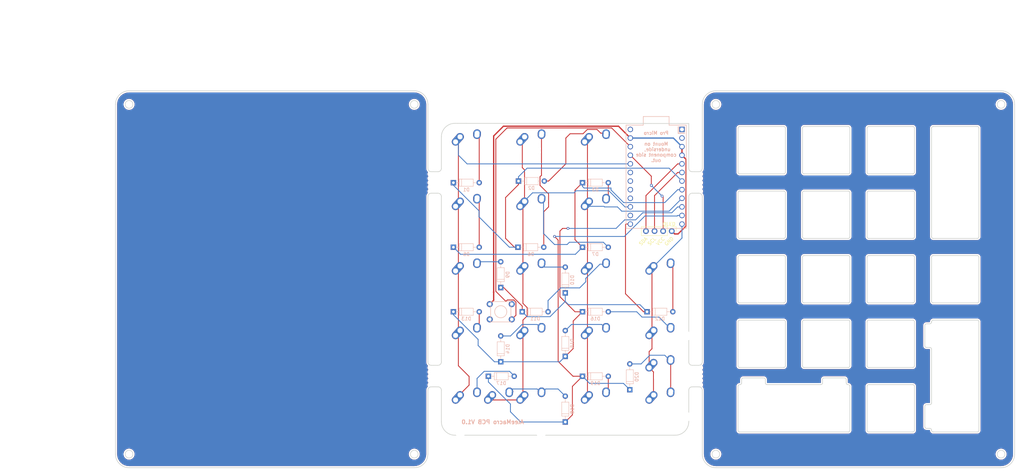
<source format=kicad_pcb>
(kicad_pcb (version 20171130) (host pcbnew "(5.1.4)-1")
  (layers (0 F.Cu signal) (31 B.Cu signal) (34 B.Paste user) (35 F.Paste user) (36 B.SilkS user) (37 F.SilkS user) (38 B.Mask user) (39 F.Mask user) (44 Edge.Cuts user))
  (net 0 "")
  (net 1 "Net-(D1-Pad2)")
  (net 2 "Net-(D2-Pad2)")
  (net 3 "Net-(D3-Pad2)")
  (net 4 "Net-(D5-Pad2)")
  (net 5 "Net-(D6-Pad2)")
  (net 6 "Net-(D7-Pad2)")
  (net 7 "Net-(D9-Pad2)")
  (net 8 "Net-(D10-Pad2)")
  (net 9 "Net-(D11-Pad2)")
  (net 10 "Net-(D12-Pad2)")
  (net 11 "Net-(D13-Pad2)")
  (net 12 "Net-(D14-Pad2)")
  (net 13 "Net-(D15-Pad2)")
  (net 14 "Net-(D16-Pad2)")
  (net 15 "Net-(D17-Pad2)")
  (net 16 "Net-(D18-Pad2)")
  (net 17 "Net-(D19-Pad2)")
  (net 18 "Net-(D20-Pad2)")
  (net 19 GND)
  (net 20 ROW0)
  (net 21 ROW1)
  (net 22 ROW2)
  (net 23 ROW3)
  (net 24 ROW4)
  (net 25 COL0)
  (net 26 COL1)
  (net 27 COL2)
  (net 28 COL3)
  (net 29 GNDA)
  (net 30 Earth)
  (net 31 SDA)
  (net 32 SCL)
  (net 33 VCC)
  (net 34 "Net-(SW1-Pad1)")
  (module locallib:aelogo (layer F.Cu) (at -8.89 85.09)
    (fp_text reference G*** hide)
    (fp_text value LOGO hide)
  )
  (module promicro:ProMicro-EnforcedTop (layer B.Cu) (at 175.26 60.96 270)
    (fp_text reference U1 hide)
    (fp_text value ProMicro)
    (pad 24 thru_hole circle (at -13.97 7.62 270) (size 1.6 1.6) (drill 1.1) (layers *.Cu F.Mask))
    (pad 23 thru_hole circle (at -11.43 7.62 270) (size 1.6 1.6) (drill 1.1) (layers *.Cu F.Mask) (net 19 GND))
    (pad 22 thru_hole circle (at -8.89 7.62 270) (size 1.6 1.6) (drill 1.1) (layers *.Cu F.Mask) (net 34 "Net-(SW1-Pad1)"))
    (pad 21 thru_hole circle (at -6.35 7.62 270) (size 1.6 1.6) (drill 1.1) (layers *.Cu F.Mask) (net 33 VCC))
    (pad 20 thru_hole circle (at -3.81 7.62 270) (size 1.6 1.6) (drill 1.1) (layers *.Cu F.Mask) (net 25 COL0))
    (pad 19 thru_hole circle (at -1.27 7.62 270) (size 1.6 1.6) (drill 1.1) (layers *.Cu F.Mask))
    (pad 18 thru_hole circle (at 1.27 7.62 270) (size 1.6 1.6) (drill 1.1) (layers *.Cu F.Mask))
    (pad 17 thru_hole circle (at 3.81 7.62 270) (size 1.6 1.6) (drill 1.1) (layers *.Cu F.Mask))
    (pad 16 thru_hole circle (at 6.35 7.62 270) (size 1.6 1.6) (drill 1.1) (layers *.Cu F.Mask))
    (pad 15 thru_hole circle (at 8.89 7.62 270) (size 1.6 1.6) (drill 1.1) (layers *.Cu F.Mask) (net 26 COL1))
    (pad 14 thru_hole circle (at 11.43 7.62 270) (size 1.6 1.6) (drill 1.1) (layers *.Cu F.Mask))
    (pad 13 thru_hole circle (at 13.97 7.62 270) (size 1.6 1.6) (drill 1.1) (layers *.Cu F.Mask) (net 22 ROW2))
    (pad 12 thru_hole circle (at 13.97 -7.62 270) (size 1.6 1.6) (drill 1.1) (layers *.Cu F.Mask) (net 28 COL3))
    (pad 11 thru_hole circle (at 11.43 -7.62 270) (size 1.6 1.6) (drill 1.1) (layers *.Cu F.Mask) (net 24 ROW4))
    (pad 10 thru_hole circle (at 8.89 -7.62 270) (size 1.6 1.6) (drill 1.1) (layers *.Cu F.Mask) (net 23 ROW3))
    (pad 9 thru_hole circle (at 6.35 -7.62 270) (size 1.6 1.6) (drill 1.1) (layers *.Cu F.Mask) (net 27 COL2))
    (pad 8 thru_hole circle (at 3.81 -7.62 270) (size 1.6 1.6) (drill 1.1) (layers *.Cu F.Mask) (net 21 ROW1))
    (pad 7 thru_hole circle (at 1.27 -7.62 270) (size 1.6 1.6) (drill 1.1) (layers *.Cu F.Mask) (net 20 ROW0))
    (pad 6 thru_hole circle (at -1.27 -7.62 270) (size 1.6 1.6) (drill 1.1) (layers *.Cu F.Mask) (net 32 SCL))
    (pad 5 thru_hole circle (at -3.81 -7.62 270) (size 1.6 1.6) (drill 1.1) (layers *.Cu F.Mask) (net 31 SDA))
    (pad 4 thru_hole circle (at -6.35 -7.62 270) (size 1.6 1.6) (drill 1.1) (layers *.Cu F.Mask) (net 19 GND))
    (pad 3 thru_hole circle (at -8.89 -7.62 270) (size 1.6 1.6) (drill 1.1) (layers *.Cu F.Mask) (net 19 GND))
    (pad 2 thru_hole circle (at -11.43 -7.62 270) (size 1.6 1.6) (drill 1.1) (layers *.Cu F.Mask))
    (pad 1 thru_hole rect (at -13.97 -7.62 270) (size 1.6 1.6) (drill 1.1) (layers *.Cu F.Mask))
  )
  (module locallib:outline (layer F.Cu) (at 281.08275 146.84375)
    (fp_text reference O1)
    (fp_text value Outline)
    (fp_arc (start -30.075 -81.175) (end -29.575 -81.175) (angle -90) (layer Edge.Cuts) (width 0.2))
    (fp_arc (start -43.075 -43.075) (end -43.075 -43.575) (angle -90) (layer Edge.Cuts) (width 0.2))
    (fp_arc (start -81.175 -100.225) (end -81.175 -100.725) (angle -90) (layer Edge.Cuts) (width 0.2))
    (fp_line (start -10.525 -49.125) (end -10.525 -62.125) (layer Edge.Cuts) (width 0.2))
    (fp_arc (start -11.025 -49.125) (end -11.025 -48.625) (angle -90) (layer Edge.Cuts) (width 0.2))
    (fp_line (start -81.675 -100.225) (end -81.675 -87.225) (layer Edge.Cuts) (width 0.2))
    (fp_arc (start -43.075 -68.175) (end -43.575 -68.175) (angle -90) (layer Edge.Cuts) (width 0.2))
    (fp_line (start -30.075 -43.575) (end -43.075 -43.575) (layer Edge.Cuts) (width 0.2))
    (fp_line (start -24.025 -48.625) (end -11.025 -48.625) (layer Edge.Cuts) (width 0.2))
    (fp_arc (start -24.025 -49.125) (end -24.525 -49.125) (angle -90) (layer Edge.Cuts) (width 0.2))
    (fp_line (start -29.575 -49.125) (end -29.575 -62.125) (layer Edge.Cuts) (width 0.2))
    (fp_arc (start -49.125 -68.175) (end -49.125 -67.675) (angle -90) (layer Edge.Cuts) (width 0.2))
    (fp_arc (start -24.025 -62.125) (end -24.025 -62.625) (angle -90) (layer Edge.Cuts) (width 0.2))
    (fp_arc (start -30.075 -49.125) (end -30.075 -48.625) (angle -90) (layer Edge.Cuts) (width 0.2))
    (fp_line (start -43.075 -48.625) (end -30.075 -48.625) (layer Edge.Cuts) (width 0.2))
    (fp_arc (start -43.075 -62.125) (end -43.075 -62.625) (angle -90) (layer Edge.Cuts) (width 0.2))
    (fp_line (start -49.125 -81.675) (end -62.125 -81.675) (layer Edge.Cuts) (width 0.2))
    (fp_line (start -81.175 -86.725) (end -68.175 -86.725) (layer Edge.Cuts) (width 0.2))
    (fp_arc (start -30.075 -62.125) (end -29.575 -62.125) (angle -90) (layer Edge.Cuts) (width 0.2))
    (fp_line (start -48.625 -68.175) (end -48.625 -81.175) (layer Edge.Cuts) (width 0.2))
    (fp_arc (start -11.025 -62.125) (end -10.525 -62.125) (angle -90) (layer Edge.Cuts) (width 0.2))
    (fp_arc (start -62.125 -81.175) (end -62.125 -81.675) (angle -90) (layer Edge.Cuts) (width 0.2))
    (fp_line (start -62.125 -67.675) (end -49.125 -67.675) (layer Edge.Cuts) (width 0.2))
    (fp_line (start -62.625 -81.175) (end -62.625 -68.175) (layer Edge.Cuts) (width 0.2))
    (fp_arc (start -30.075 -43.075) (end -29.575 -43.075) (angle -90) (layer Edge.Cuts) (width 0.2))
    (fp_arc (start -68.175 -100.225) (end -67.675 -100.225) (angle -90) (layer Edge.Cuts) (width 0.2))
    (fp_line (start -43.575 -62.125) (end -43.575 -49.125) (layer Edge.Cuts) (width 0.2))
    (fp_arc (start -68.175 -87.225) (end -68.175 -86.725) (angle -90) (layer Edge.Cuts) (width 0.2))
    (fp_line (start -24.525 -62.125) (end -24.525 -49.125) (layer Edge.Cuts) (width 0.2))
    (fp_line (start -43.075 -67.675) (end -30.075 -67.675) (layer Edge.Cuts) (width 0.2))
    (fp_arc (start -49.125 -81.175) (end -48.625 -81.175) (angle -90) (layer Edge.Cuts) (width 0.2))
    (fp_line (start -68.175 -100.725) (end -81.175 -100.725) (layer Edge.Cuts) (width 0.2))
    (fp_line (start -30.075 -24.525) (end -43.075 -24.525) (layer Edge.Cuts) (width 0.2))
    (fp_line (start -29.575 -30.075) (end -29.575 -43.075) (layer Edge.Cuts) (width 0.2))
    (fp_line (start -29.575 -68.175) (end -29.575 -81.175) (layer Edge.Cuts) (width 0.2))
    (fp_arc (start -30.075 -30.075) (end -30.075 -29.575) (angle -90) (layer Edge.Cuts) (width 0.2))
    (fp_line (start -11.025 -62.625) (end -24.025 -62.625) (layer Edge.Cuts) (width 0.2))
    (fp_line (start -30.075 -62.625) (end -43.075 -62.625) (layer Edge.Cuts) (width 0.2))
    (fp_arc (start -62.125 -68.175) (end -62.625 -68.175) (angle -90) (layer Edge.Cuts) (width 0.2))
    (fp_arc (start -30.075 -68.175) (end -30.075 -67.675) (angle -90) (layer Edge.Cuts) (width 0.2))
    (fp_line (start -43.075 -29.575) (end -30.075 -29.575) (layer Edge.Cuts) (width 0.2))
    (fp_arc (start -81.175 -87.225) (end -81.675 -87.225) (angle -90) (layer Edge.Cuts) (width 0.2))
    (fp_line (start -67.675 -87.225) (end -67.675 -100.225) (layer Edge.Cuts) (width 0.2))
    (fp_arc (start -43.075 -49.125) (end -43.575 -49.125) (angle -90) (layer Edge.Cuts) (width 0.2))
    (fp_arc (start -43.075 -30.075) (end -43.575 -30.075) (angle -90) (layer Edge.Cuts) (width 0.2))
    (fp_line (start -43.575 -43.075) (end -43.575 -30.075) (layer Edge.Cuts) (width 0.2))
    (fp_arc (start -62.125 -87.225) (end -62.625 -87.225) (angle -90) (layer Edge.Cuts) (width 0.2))
    (fp_arc (start -81.175 -62.125) (end -81.175 -62.625) (angle -90) (layer Edge.Cuts) (width 0.2))
    (fp_arc (start -49.125 -62.125) (end -48.625 -62.125) (angle -90) (layer Edge.Cuts) (width 0.2))
    (fp_arc (start -49.125 -49.125) (end -49.125 -48.625) (angle -90) (layer Edge.Cuts) (width 0.2))
    (fp_line (start -62.625 -62.125) (end -62.625 -49.125) (layer Edge.Cuts) (width 0.2))
    (fp_arc (start -30.075 -24.025) (end -29.575 -24.025) (angle -90) (layer Edge.Cuts) (width 0.2))
    (fp_line (start -62.125 -48.625) (end -49.125 -48.625) (layer Edge.Cuts) (width 0.2))
    (fp_arc (start -62.125 -100.225) (end -62.125 -100.725) (angle -90) (layer Edge.Cuts) (width 0.2))
    (fp_line (start -49.125 -62.625) (end -62.125 -62.625) (layer Edge.Cuts) (width 0.2))
    (fp_line (start -48.625 -87.225) (end -48.625 -100.225) (layer Edge.Cuts) (width 0.2))
    (fp_line (start -67.675 -49.125) (end -67.675 -62.125) (layer Edge.Cuts) (width 0.2))
    (fp_line (start -81.175 -81.675) (end -68.175 -81.675) (layer Edge.Cuts) (width 0.2))
    (fp_arc (start -68.175 -68.175) (end -68.175 -67.675) (angle -90) (layer Edge.Cuts) (width 0.2))
    (fp_line (start -67.675 -81.175) (end -67.675 -68.175) (layer Edge.Cuts) (width 0.2))
    (fp_arc (start -30.075 -11.025) (end -30.075 -10.525) (angle -90) (layer Edge.Cuts) (width 0.2))
    (fp_arc (start -49.125 -87.225) (end -49.125 -86.725) (angle -90) (layer Edge.Cuts) (width 0.2))
    (fp_line (start -62.125 -86.725) (end -49.125 -86.725) (layer Edge.Cuts) (width 0.2))
    (fp_line (start -43.075 -10.525) (end -30.075 -10.525) (layer Edge.Cuts) (width 0.2))
    (fp_arc (start -68.175 -81.175) (end -67.675 -81.175) (angle -90) (layer Edge.Cuts) (width 0.2))
    (fp_line (start -62.625 -100.225) (end -62.625 -87.225) (layer Edge.Cuts) (width 0.2))
    (fp_arc (start -81.175 -68.175) (end -81.675 -68.175) (angle -90) (layer Edge.Cuts) (width 0.2))
    (fp_arc (start -43.075 -24.025) (end -43.075 -24.525) (angle -90) (layer Edge.Cuts) (width 0.2))
    (fp_arc (start -68.175 -62.125) (end -67.675 -62.125) (angle -90) (layer Edge.Cuts) (width 0.2))
    (fp_line (start -68.175 -62.625) (end -81.175 -62.625) (layer Edge.Cuts) (width 0.2))
    (fp_line (start -68.175 -67.675) (end -81.175 -67.675) (layer Edge.Cuts) (width 0.2))
    (fp_line (start -81.675 -68.175) (end -81.675 -81.175) (layer Edge.Cuts) (width 0.2))
    (fp_line (start -29.575 -11.025) (end -29.575 -24.025) (layer Edge.Cuts) (width 0.2))
    (fp_line (start -43.575 -24.025) (end -43.575 -11.025) (layer Edge.Cuts) (width 0.2))
    (fp_arc (start -62.125 -49.125) (end -62.625 -49.125) (angle -90) (layer Edge.Cuts) (width 0.2))
    (fp_arc (start -49.125 -100.225) (end -48.625 -100.225) (angle -90) (layer Edge.Cuts) (width 0.2))
    (fp_arc (start -81.175 -49.125) (end -81.675 -49.125) (angle -90) (layer Edge.Cuts) (width 0.2))
    (fp_arc (start -68.175 -49.125) (end -68.175 -48.625) (angle -90) (layer Edge.Cuts) (width 0.2))
    (fp_arc (start -81.175 -81.175) (end -81.175 -81.675) (angle -90) (layer Edge.Cuts) (width 0.2))
    (fp_line (start -81.175 -48.625) (end -68.175 -48.625) (layer Edge.Cuts) (width 0.2))
    (fp_arc (start -43.075 -11.025) (end -43.575 -11.025) (angle -90) (layer Edge.Cuts) (width 0.2))
    (fp_line (start -48.625 -49.125) (end -48.625 -62.125) (layer Edge.Cuts) (width 0.2))
    (fp_line (start -81.675 -62.125) (end -81.675 -49.125) (layer Edge.Cuts) (width 0.2))
    (fp_arc (start -62.125 -62.125) (end -62.125 -62.625) (angle -90) (layer Edge.Cuts) (width 0.2))
    (fp_line (start -49.125 -100.725) (end -62.125 -100.725) (layer Edge.Cuts) (width 0.2))
    (fp_arc (start -11.025 -43.075) (end -10.525 -43.075) (angle -90) (layer Edge.Cuts) (width 0.2))
    (fp_arc (start -11.025 -11.025) (end -11.025 -10.525) (angle -90) (layer Edge.Cuts) (width 0.2))
    (fp_arc (start -73.088 -25.025) (end -73.588 -25.025) (angle -90) (layer Edge.Cuts) (width 0.2))
    (fp_line (start -24.525 -11.112) (end -24.525 -11.025) (layer Edge.Cuts) (width 0.2))
    (fp_arc (start -25.025 -11.112) (end -24.525 -11.112) (angle -90) (layer Edge.Cuts) (width 0.2))
    (fp_arc (start -24.025 -11.025) (end -24.525 -11.025) (angle -90) (layer Edge.Cuts) (width 0.2))
    (fp_line (start -24.525 -43.075) (end -24.525 -42.988) (layer Edge.Cuts) (width 0.2))
    (fp_arc (start -24.025 -43.075) (end -24.025 -43.575) (angle -90) (layer Edge.Cuts) (width 0.2))
    (fp_line (start -10.525 -11.025) (end -10.525 -43.075) (layer Edge.Cuts) (width 0.2))
    (fp_line (start -11.025 -43.575) (end -24.025 -43.575) (layer Edge.Cuts) (width 0.2))
    (fp_line (start -24.025 -10.525) (end -11.025 -10.525) (layer Edge.Cuts) (width 0.2))
    (fp_arc (start -50.212 -26.025) (end -49.712 -26.025) (angle -90) (layer Edge.Cuts) (width 0.2))
    (fp_line (start -49.125 -24.525) (end -49.212 -24.525) (layer Edge.Cuts) (width 0.2))
    (fp_arc (start -57.212 -25.025) (end -57.212 -24.525) (angle -90) (layer Edge.Cuts) (width 0.2))
    (fp_line (start -56.712 -26.025) (end -56.712 -25.025) (layer Edge.Cuts) (width 0.2))
    (fp_arc (start -49.212 -25.025) (end -49.712 -25.025) (angle -90) (layer Edge.Cuts) (width 0.2))
    (fp_line (start -48.625 -11.025) (end -48.625 -24.025) (layer Edge.Cuts) (width 0.2))
    (fp_arc (start -56.212 -26.025) (end -56.212 -26.525) (angle -90) (layer Edge.Cuts) (width 0.2))
    (fp_line (start -49.712 -25.025) (end -49.712 -26.025) (layer Edge.Cuts) (width 0.2))
    (fp_arc (start -49.125 -24.025) (end -48.625 -24.025) (angle -90) (layer Edge.Cuts) (width 0.2))
    (fp_line (start -50.212 -26.525) (end -56.212 -26.525) (layer Edge.Cuts) (width 0.2))
    (fp_arc (start -49.125 -11.025) (end -49.125 -10.525) (angle -90) (layer Edge.Cuts) (width 0.2))
    (fp_line (start -24.525 -100.138) (end -24.525 -68.262) (layer Edge.Cuts) (width 0.2))
    (fp_line (start -24.525 -68.262) (end -24.525 -68.175) (layer Edge.Cuts) (width 0.2))
    (fp_arc (start -24.025 -68.175) (end -24.525 -68.175) (angle -90) (layer Edge.Cuts) (width 0.2))
    (fp_line (start -10.525 -68.175) (end -10.525 -100.225) (layer Edge.Cuts) (width 0.2))
    (fp_arc (start -11.025 -68.175) (end -11.025 -67.675) (angle -90) (layer Edge.Cuts) (width 0.2))
    (fp_arc (start -24.025 -100.225) (end -24.025 -100.725) (angle -90) (layer Edge.Cuts) (width 0.2))
    (fp_arc (start -26.025 -41.988) (end -26.025 -42.488) (angle -90) (layer Edge.Cuts) (width 0.2))
    (fp_line (start -25.025 -42.488) (end -26.025 -42.488) (layer Edge.Cuts) (width 0.2))
    (fp_arc (start -25.025 -42.988) (end -25.025 -42.488) (angle -90) (layer Edge.Cuts) (width 0.2))
    (fp_line (start -24.525 -100.225) (end -24.525 -100.138) (layer Edge.Cuts) (width 0.2))
    (fp_line (start -11.025 -100.725) (end -24.025 -100.725) (layer Edge.Cuts) (width 0.2))
    (fp_arc (start -11.025 -100.225) (end -10.525 -100.225) (angle -90) (layer Edge.Cuts) (width 0.2))
    (fp_line (start -24.025 -67.675) (end -11.025 -67.675) (layer Edge.Cuts) (width 0.2))
    (fp_arc (start -74.088 -26.025) (end -73.588 -26.025) (angle -90) (layer Edge.Cuts) (width 0.2))
    (fp_arc (start -80.088 -26.025) (end -80.088 -26.525) (angle -90) (layer Edge.Cuts) (width 0.2))
    (fp_line (start -73.588 -25.025) (end -73.588 -26.025) (layer Edge.Cuts) (width 0.2))
    (fp_arc (start -81.175 -24.025) (end -81.175 -24.525) (angle -90) (layer Edge.Cuts) (width 0.2))
    (fp_line (start -81.175 -10.525) (end -49.125 -10.525) (layer Edge.Cuts) (width 0.2))
    (fp_arc (start -81.175 -11.025) (end -81.675 -11.025) (angle -90) (layer Edge.Cuts) (width 0.2))
    (fp_line (start -81.675 -24.025) (end -81.675 -11.025) (layer Edge.Cuts) (width 0.2))
    (fp_line (start -81.088 -24.525) (end -81.175 -24.525) (layer Edge.Cuts) (width 0.2))
    (fp_arc (start -81.088 -25.025) (end -81.088 -24.525) (angle -90) (layer Edge.Cuts) (width 0.2))
    (fp_line (start -74.088 -26.525) (end -80.088 -26.525) (layer Edge.Cuts) (width 0.2))
    (fp_line (start -80.588 -26.025) (end -80.588 -25.025) (layer Edge.Cuts) (width 0.2))
    (fp_line (start -92.2 -4) (end -92.2 -22.875) (layer Edge.Cuts) (width 0.2))
    (fp_line (start -96.2 -101.6) (end -96.2 -88.375) (layer Edge.Cuts) (width 0.2))
    (fp_arc (start -95.2 -88.375) (end -96.2 -88.375) (angle -90) (layer Edge.Cuts) (width 0.2))
    (fp_arc (start -95.2 -22.875) (end -95.2 -23.875) (angle -90) (layer Edge.Cuts) (width 0.2))
    (fp_arc (start -93.2 -22.875) (end -92.2 -22.875) (angle -90) (layer Edge.Cuts) (width 0.2))
    (fp_arc (start -93.2 -88.375) (end -93.2 -87.375) (angle -90) (layer Edge.Cuts) (width 0.2))
    (fp_arc (start -4 -107.25) (end 0 -107.25) (angle -90) (layer Edge.Cuts) (width 0.2))
    (fp_line (start -95.2 -87.375) (end -93.2 -87.375) (layer Edge.Cuts) (width 0.2))
    (fp_line (start -100.2 -9.5875) (end -165.225 -9.5875) (layer Edge.Cuts) (width 0.2))
    (fp_line (start -57.212 -24.525) (end -73.088 -24.525) (layer Edge.Cuts) (width 0.2))
    (fp_line (start -96.2 -22.875) (end -96.2 -13.5875) (layer Edge.Cuts) (width 0.2))
    (fp_line (start -93.2 -23.875) (end -95.2 -23.875) (layer Edge.Cuts) (width 0.2))
    (fp_arc (start -88.2 -4) (end -92.2 -4) (angle -90) (layer Edge.Cuts) (width 0.2))
    (fp_line (start 0 -107.25) (end 0 -4) (layer Edge.Cuts) (width 0.2))
    (fp_arc (start -88.2 -107.25) (end -88.2 -111.25) (angle -90) (layer Edge.Cuts) (width 0.2))
    (fp_arc (start -100.2 -13.5875) (end -100.2 -9.5875) (angle -90) (layer Edge.Cuts) (width 0.2))
    (fp_line (start -4 0) (end -88.2 0) (layer Edge.Cuts) (width 0.2))
    (fp_line (start -92.2 -88.375) (end -92.2 -107.25) (layer Edge.Cuts) (width 0.2))
    (fp_line (start -88.2 -111.25) (end -4 -111.25) (layer Edge.Cuts) (width 0.2))
    (fp_arc (start -4 -4) (end -4 0) (angle -90) (layer Edge.Cuts) (width 0.2))
    (fp_line (start -165.225 -101.6625) (end -96.2 -101.6) (layer Edge.Cuts) (width 0.2))
    (fp_arc (start -165.225 -97.6625) (end -165.225 -101.6625) (angle -90) (layer Edge.Cuts) (width 0.2))
    (fp_arc (start -62.125 -30.075) (end -62.625 -30.075) (angle -90) (layer Edge.Cuts) (width 0.2))
    (fp_line (start -62.125 -29.575) (end -49.125 -29.575) (layer Edge.Cuts) (width 0.2))
    (fp_line (start -67.675 -30.075) (end -67.675 -43.075) (layer Edge.Cuts) (width 0.2))
    (fp_arc (start -43.075 -87.225) (end -43.575 -87.225) (angle -90) (layer Edge.Cuts) (width 0.2))
    (fp_line (start -81.175 -29.575) (end -68.175 -29.575) (layer Edge.Cuts) (width 0.2))
    (fp_line (start -30.075 -86.725) (end -43.075 -86.725) (layer Edge.Cuts) (width 0.2))
    (fp_arc (start -49.125 -30.075) (end -49.125 -29.575) (angle -90) (layer Edge.Cuts) (width 0.2))
    (fp_arc (start -68.175 -30.075) (end -68.175 -29.575) (angle -90) (layer Edge.Cuts) (width 0.2))
    (fp_line (start -68.175 -43.575) (end -81.175 -43.575) (layer Edge.Cuts) (width 0.2))
    (fp_line (start -43.575 -87.225) (end -43.575 -100.225) (layer Edge.Cuts) (width 0.2))
    (fp_arc (start -30.075 -87.225) (end -30.075 -86.725) (angle -90) (layer Edge.Cuts) (width 0.2))
    (fp_line (start -62.625 -43.075) (end -62.625 -30.075) (layer Edge.Cuts) (width 0.2))
    (fp_line (start -81.675 -43.075) (end -81.675 -30.075) (layer Edge.Cuts) (width 0.2))
    (fp_arc (start -68.175 -43.075) (end -67.675 -43.075) (angle -90) (layer Edge.Cuts) (width 0.2))
    (fp_arc (start -81.175 -43.075) (end -81.175 -43.575) (angle -90) (layer Edge.Cuts) (width 0.2))
    (fp_line (start -43.575 -81.175) (end -43.575 -68.175) (layer Edge.Cuts) (width 0.2))
    (fp_arc (start -62.125 -43.075) (end -62.125 -43.575) (angle -90) (layer Edge.Cuts) (width 0.2))
    (fp_arc (start -43.075 -81.175) (end -43.075 -81.675) (angle -90) (layer Edge.Cuts) (width 0.2))
    (fp_line (start -49.125 -43.575) (end -62.125 -43.575) (layer Edge.Cuts) (width 0.2))
    (fp_line (start -30.075 -81.675) (end -43.075 -81.675) (layer Edge.Cuts) (width 0.2))
    (fp_arc (start -49.125 -43.075) (end -48.625 -43.075) (angle -90) (layer Edge.Cuts) (width 0.2))
    (fp_line (start -48.625 -30.075) (end -48.625 -43.075) (layer Edge.Cuts) (width 0.2))
    (fp_arc (start -81.175 -30.075) (end -81.675 -30.075) (angle -90) (layer Edge.Cuts) (width 0.2))
    (fp_line (start -24.525 -34.988) (end -24.525 -19.112) (layer Edge.Cuts) (width 0.2))
    (fp_arc (start -25.025 -34.988) (end -24.525 -34.988) (angle -90) (layer Edge.Cuts) (width 0.2))
    (fp_line (start -26.525 -41.988) (end -26.525 -35.988) (layer Edge.Cuts) (width 0.2))
    (fp_line (start -26.025 -11.612) (end -25.025 -11.612) (layer Edge.Cuts) (width 0.2))
    (fp_arc (start -26.025 -12.112) (end -26.525 -12.112) (angle -90) (layer Edge.Cuts) (width 0.2))
    (fp_line (start -26.525 -18.112) (end -26.525 -12.112) (layer Edge.Cuts) (width 0.2))
    (fp_arc (start -26.025 -18.112) (end -26.025 -18.612) (angle -90) (layer Edge.Cuts) (width 0.2))
    (fp_line (start -25.025 -18.612) (end -26.025 -18.612) (layer Edge.Cuts) (width 0.2))
    (fp_arc (start -25.025 -19.112) (end -25.025 -18.612) (angle -90) (layer Edge.Cuts) (width 0.2))
    (fp_line (start -26.025 -35.488) (end -25.025 -35.488) (layer Edge.Cuts) (width 0.2))
    (fp_arc (start -26.025 -35.988) (end -26.525 -35.988) (angle -90) (layer Edge.Cuts) (width 0.2))
    (fp_arc (start -165.225 -13.5875) (end -169.225 -13.5875) (angle -90) (layer Edge.Cuts) (width 0.2))
    (fp_line (start -169.225 -13.5875) (end -169.225 -22.875) (layer Edge.Cuts) (width 0.2))
    (fp_arc (start -170.225 -88.375) (end -170.225 -87.375) (angle -90) (layer Edge.Cuts) (width 0.2))
    (fp_line (start -96.2 -80.025) (end -96.2 -31.225) (layer Edge.Cuts) (width 0.2))
    (fp_arc (start -95.2 -80.025) (end -95.2 -81.025) (angle -90) (layer Edge.Cuts) (width 0.2))
    (fp_arc (start -172.225 -88.375) (end -173.225 -88.375) (angle -90) (layer Edge.Cuts) (width 0.2))
    (fp_arc (start -170.225 -22.875) (end -169.225 -22.875) (angle -90) (layer Edge.Cuts) (width 0.2))
    (fp_line (start -173.225 -107.25) (end -173.225 -88.375) (layer Edge.Cuts) (width 0.2))
    (fp_line (start -261.425 -111.25) (end -177.225 -111.25) (layer Edge.Cuts) (width 0.2))
    (fp_line (start -93.2 -81.025) (end -95.2 -81.025) (layer Edge.Cuts) (width 0.2))
    (fp_line (start -173.225 -22.875) (end -173.225 -4) (layer Edge.Cuts) (width 0.2))
    (fp_line (start -265.425 -4) (end -265.425 -107.25) (layer Edge.Cuts) (width 0.2))
    (fp_arc (start -177.225 -4) (end -177.225 0) (angle -90) (layer Edge.Cuts) (width 0.2))
    (fp_line (start -170.225 -23.875) (end -172.225 -23.875) (layer Edge.Cuts) (width 0.2))
    (fp_line (start -177.225 0) (end -261.425 0) (layer Edge.Cuts) (width 0.2))
    (fp_line (start -169.225 -88.375) (end -169.225 -97.6625) (layer Edge.Cuts) (width 0.2))
    (fp_arc (start -261.425 -4) (end -265.425 -4) (angle -90) (layer Edge.Cuts) (width 0.2))
    (fp_arc (start -177.225 -107.25) (end -173.225 -107.25) (angle -90) (layer Edge.Cuts) (width 0.2))
    (fp_line (start -172.225 -87.375) (end -170.225 -87.375) (layer Edge.Cuts) (width 0.2))
    (fp_arc (start -93.2 -80.025) (end -92.2 -80.025) (angle -90) (layer Edge.Cuts) (width 0.2))
    (fp_arc (start -261.425 -107.25) (end -261.425 -111.25) (angle -90) (layer Edge.Cuts) (width 0.2))
    (fp_line (start -92.2 -31.225) (end -92.2 -80.025) (layer Edge.Cuts) (width 0.2))
    (fp_arc (start -172.225 -22.875) (end -172.225 -23.875) (angle -90) (layer Edge.Cuts) (width 0.2))
    (fp_arc (start -30.075 -100.225) (end -29.575 -100.225) (angle -90) (layer Edge.Cuts) (width 0.2))
    (fp_line (start -43.075 -100.725) (end -30.075 -100.725) (layer Edge.Cuts) (width 0.2))
    (fp_line (start -169.225 -31.225) (end -169.225 -80.025) (layer Edge.Cuts) (width 0.2))
    (fp_line (start -172.225 -30.225) (end -170.225 -30.225) (layer Edge.Cuts) (width 0.2))
    (fp_circle (center -4 -4) (end -2.85 -4) (layer Edge.Cuts) (width 0.2))
    (fp_arc (start -43.075 -100.225) (end -43.075 -100.725) (angle -90) (layer Edge.Cuts) (width 0.2))
    (fp_circle (center -88.2 -107.25) (end -87.05 -107.25) (layer Edge.Cuts) (width 0.2))
    (fp_circle (center -177.225 -4) (end -176.075 -4) (layer Edge.Cuts) (width 0.2))
    (fp_arc (start -172.225 -80.025) (end -172.225 -81.025) (angle -90) (layer Edge.Cuts) (width 0.2))
    (fp_circle (center -261.425 -107.25) (end -260.275 -107.25) (layer Edge.Cuts) (width 0.2))
    (fp_line (start -173.225 -80.025) (end -173.225 -31.225) (layer Edge.Cuts) (width 0.2))
    (fp_circle (center -177.225 -107.25) (end -176.075 -107.25) (layer Edge.Cuts) (width 0.2))
    (fp_line (start -170.225 -81.025) (end -172.225 -81.025) (layer Edge.Cuts) (width 0.2))
    (fp_circle (center -88.2 -4) (end -87.05 -4) (layer Edge.Cuts) (width 0.2))
    (fp_circle (center -4 -107.25) (end -2.85 -107.25) (layer Edge.Cuts) (width 0.2))
    (fp_circle (center -261.425 -4) (end -260.275 -4) (layer Edge.Cuts) (width 0.2))
    (fp_arc (start -170.225 -80.025) (end -169.225 -80.025) (angle -90) (layer Edge.Cuts) (width 0.2))
    (fp_arc (start -170.225 -31.225) (end -170.225 -30.225) (angle -90) (layer Edge.Cuts) (width 0.2))
    (fp_line (start -95.2 -30.225) (end -93.2 -30.225) (layer Edge.Cuts) (width 0.2))
    (fp_arc (start -93.2 -31.225) (end -93.2 -30.225) (angle -90) (layer Edge.Cuts) (width 0.2))
    (fp_arc (start -95.2 -31.225) (end -96.2 -31.225) (angle -90) (layer Edge.Cuts) (width 0.2))
    (fp_line (start -29.575 -100.225) (end -29.575 -87.225) (layer Edge.Cuts) (width 0.2))
    (fp_arc (start -172.225 -31.225) (end -173.225 -31.225) (angle -90) (layer Edge.Cuts) (width 0.2))
    (pad 2 smd circle (at -176.53 -54.102) (size 1.524 1.524) (layers F.Cu) (net 29 GNDA))
    (pad 2 smd circle (at -176.53 -54.102) (size 1.524 1.524) (layers B.Cu) (net 29 GNDA))
    (pad 1 smd circle (at -17.78 -45.72) (size 1.524 1.524) (layers F.Cu) (net 30 Earth))
    (pad 1 smd circle (at -17.78 -45.72) (size 1.524 1.524) (layers B.Cu) (net 30 Earth))
  )
  (module MX_Alps_Hybrid:MX-1U-NoLED (layer F.Cu) (at 157.95625 53.18125)
    (fp_text reference MX3)
    (fp_text value MX-1U)
    (pad 2 thru_hole oval (at 2.5 -4.5 86.0548) (size 2.831378 2.25) (drill 1.47 (offset 0.290689 0)) (layers *.Cu B.Mask) (net 3 "Net-(D3-Pad2)"))
    (pad 2 thru_hole circle (at 2.54 -5.08) (size 2.25 2.25) (drill 1.47) (layers *.Cu B.Mask) (net 3 "Net-(D3-Pad2)"))
    (pad 1 thru_hole oval (at -3.81 -2.54 48.0996) (size 4.211556 2.25) (drill 1.47 (offset 0.980778 0)) (layers *.Cu B.Mask) (net 27 COL2))
    (pad "" np_thru_hole circle (at 0 0) (size 3.9878 3.9878) (drill 3.9878) (layers *.Cu *.Mask))
    (pad 1 thru_hole circle (at -2.5 -4) (size 2.25 2.25) (drill 1.47) (layers *.Cu B.Mask) (net 27 COL2))
    (pad "" np_thru_hole circle (at -5.08 0 48.0996) (size 1.75 1.75) (drill 1.75) (layers *.Cu *.Mask))
    (pad "" np_thru_hole circle (at 5.08 0 48.0996) (size 1.75 1.75) (drill 1.75) (layers *.Cu *.Mask))
  )
  (module MX_Alps_Hybrid:MX-1U-NoLED (layer F.Cu) (at 157.95625 72.23125)
    (fp_text reference MX7)
    (fp_text value MX-1U)
    (pad 2 thru_hole oval (at 2.5 -4.5 86.0548) (size 2.831378 2.25) (drill 1.47 (offset 0.290689 0)) (layers *.Cu B.Mask) (net 6 "Net-(D7-Pad2)"))
    (pad 2 thru_hole circle (at 2.54 -5.08) (size 2.25 2.25) (drill 1.47) (layers *.Cu B.Mask) (net 6 "Net-(D7-Pad2)"))
    (pad 1 thru_hole oval (at -3.81 -2.54 48.0996) (size 4.211556 2.25) (drill 1.47 (offset 0.980778 0)) (layers *.Cu B.Mask) (net 27 COL2))
    (pad "" np_thru_hole circle (at 0 0) (size 3.9878 3.9878) (drill 3.9878) (layers *.Cu *.Mask))
    (pad 1 thru_hole circle (at -2.5 -4) (size 2.25 2.25) (drill 1.47) (layers *.Cu B.Mask) (net 27 COL2))
    (pad "" np_thru_hole circle (at -5.08 0 48.0996) (size 1.75 1.75) (drill 1.75) (layers *.Cu *.Mask))
    (pad "" np_thru_hole circle (at 5.08 0 48.0996) (size 1.75 1.75) (drill 1.75) (layers *.Cu *.Mask))
  )
  (module MX_Alps_Hybrid:MX-1U-NoLED (layer F.Cu) (at 177.00625 110.33125)
    (fp_text reference MX16)
    (fp_text value MX-1U)
    (pad "" np_thru_hole circle (at 5.08 0 48.0996) (size 1.75 1.75) (drill 1.75) (layers *.Cu *.Mask))
    (pad "" np_thru_hole circle (at -5.08 0 48.0996) (size 1.75 1.75) (drill 1.75) (layers *.Cu *.Mask))
    (pad 1 thru_hole circle (at -2.5 -4) (size 2.25 2.25) (drill 1.47) (layers *.Cu B.Mask) (net 28 COL3))
    (pad "" np_thru_hole circle (at 0 0) (size 3.9878 3.9878) (drill 3.9878) (layers *.Cu *.Mask))
    (pad 1 thru_hole oval (at -3.81 -2.54 48.0996) (size 4.211556 2.25) (drill 1.47 (offset 0.980778 0)) (layers *.Cu B.Mask) (net 28 COL3))
    (pad 2 thru_hole circle (at 2.54 -5.08) (size 2.25 2.25) (drill 1.47) (layers *.Cu B.Mask) (net 14 "Net-(D16-Pad2)"))
    (pad 2 thru_hole oval (at 2.5 -4.5 86.0548) (size 2.831378 2.25) (drill 1.47 (offset 0.290689 0)) (layers *.Cu B.Mask) (net 14 "Net-(D16-Pad2)"))
  )
  (module MX_Alps_Hybrid:MX-2U-ReversedStabilizers-NoLED (layer F.Cu) (at 177.00625 119.85625 90)
    (fp_text reference MX22)
    (fp_text value MX-2U)
    (pad "" np_thru_hole circle (at 11.938 -8.255 90) (size 3.9878 3.9878) (drill 3.9878) (layers *.Cu *.Mask))
    (pad "" np_thru_hole circle (at -11.938 -8.255 90) (size 3.9878 3.9878) (drill 3.9878) (layers *.Cu *.Mask))
    (pad "" np_thru_hole circle (at 11.938 6.985 90) (size 3.048 3.048) (drill 3.048) (layers *.Cu *.Mask))
    (pad "" np_thru_hole circle (at -11.938 6.985 90) (size 3.048 3.048) (drill 3.048) (layers *.Cu *.Mask))
    (pad "" np_thru_hole circle (at 0 5.08 48.0996) (size 1.75 1.75) (drill 1.75) (layers *.Cu *.Mask))
    (pad "" np_thru_hole circle (at 0 -5.08 48.0996) (size 1.75 1.75) (drill 1.75) (layers *.Cu *.Mask))
    (pad 1 thru_hole circle (at 4 -2.5) (size 2.25 2.25) (drill 1.47) (layers *.Cu B.Mask) (net 28 COL3))
    (pad "" np_thru_hole circle (at 0 0) (size 3.9878 3.9878) (drill 3.9878) (layers *.Cu *.Mask))
    (pad 1 thru_hole oval (at 2.54 -3.81 48.0996) (size 4.211556 2.25) (drill 1.47 (offset 0.980778 0)) (layers *.Cu B.Mask) (net 28 COL3))
    (pad 2 thru_hole circle (at 5.08 2.54) (size 2.25 2.25) (drill 1.47) (layers *.Cu B.Mask) (net 18 "Net-(D20-Pad2)"))
    (pad 2 thru_hole oval (at 4.5 2.5 86.0548) (size 2.831378 2.25) (drill 1.47 (offset 0.290689 0)) (layers *.Cu B.Mask) (net 18 "Net-(D20-Pad2)"))
  )
  (module Connector_PinHeader_2.54mm:PinHeader_1x04_P2.54mm_Vertical (layer F.Cu) (at 179.86375 76.99375 270)
    (fp_text reference OLED (at -2.06375 0.79375) (layer F.SilkS))
    (fp_text value Conn_01x04)
    (pad 4 thru_hole oval (at 0 7.62 270) (size 1.7 1.7) (drill 1) (layers *.Cu *.Mask) (net 31 SDA))
    (pad 3 thru_hole oval (at 0 5.08 270) (size 1.7 1.7) (drill 1) (layers *.Cu *.Mask) (net 32 SCL))
    (pad 2 thru_hole oval (at 0 2.54 270) (size 1.7 1.7) (drill 1) (layers *.Cu *.Mask) (net 33 VCC))
    (pad 1 thru_hole oval (at 0 0 270) (size 1.7 1.7) (drill 1) (layers *.Cu *.Mask) (net 19 GND))
  )
  (module MX_Alps_Hybrid:MX-1U-NoLED (layer F.Cu) (at 138.90625 72.23125)
    (fp_text reference MX6)
    (fp_text value MX-1U)
    (pad "" np_thru_hole circle (at 5.08 0 48.0996) (size 1.75 1.75) (drill 1.75) (layers *.Cu *.Mask))
    (pad "" np_thru_hole circle (at -5.08 0 48.0996) (size 1.75 1.75) (drill 1.75) (layers *.Cu *.Mask))
    (pad 1 thru_hole circle (at -2.5 -4) (size 2.25 2.25) (drill 1.47) (layers *.Cu B.Mask) (net 26 COL1))
    (pad "" np_thru_hole circle (at 0 0) (size 3.9878 3.9878) (drill 3.9878) (layers *.Cu *.Mask))
    (pad 1 thru_hole oval (at -3.81 -2.54 48.0996) (size 4.211556 2.25) (drill 1.47 (offset 0.980778 0)) (layers *.Cu B.Mask) (net 26 COL1))
    (pad 2 thru_hole circle (at 2.54 -5.08) (size 2.25 2.25) (drill 1.47) (layers *.Cu B.Mask) (net 5 "Net-(D6-Pad2)"))
    (pad 2 thru_hole oval (at 2.5 -4.5 86.0548) (size 2.831378 2.25) (drill 1.47 (offset 0.290689 0)) (layers *.Cu B.Mask) (net 5 "Net-(D6-Pad2)"))
  )
  (module MX_Alps_Hybrid:MX-1U-NoLED (layer F.Cu) (at 119.85625 91.28125)
    (fp_text reference MX9)
    (fp_text value MX-1U)
    (pad "" np_thru_hole circle (at 5.08 0 48.0996) (size 1.75 1.75) (drill 1.75) (layers *.Cu *.Mask))
    (pad "" np_thru_hole circle (at -5.08 0 48.0996) (size 1.75 1.75) (drill 1.75) (layers *.Cu *.Mask))
    (pad 1 thru_hole circle (at -2.5 -4) (size 2.25 2.25) (drill 1.47) (layers *.Cu B.Mask) (net 25 COL0))
    (pad "" np_thru_hole circle (at 0 0) (size 3.9878 3.9878) (drill 3.9878) (layers *.Cu *.Mask))
    (pad 1 thru_hole oval (at -3.81 -2.54 48.0996) (size 4.211556 2.25) (drill 1.47 (offset 0.980778 0)) (layers *.Cu B.Mask) (net 25 COL0))
    (pad 2 thru_hole circle (at 2.54 -5.08) (size 2.25 2.25) (drill 1.47) (layers *.Cu B.Mask) (net 7 "Net-(D9-Pad2)"))
    (pad 2 thru_hole oval (at 2.5 -4.5 86.0548) (size 2.831378 2.25) (drill 1.47 (offset 0.290689 0)) (layers *.Cu B.Mask) (net 7 "Net-(D9-Pad2)"))
  )
  (module MX_Alps_Hybrid:MX-1U-NoLED (layer F.Cu) (at 138.90625 91.28125)
    (fp_text reference MX10)
    (fp_text value MX-1U)
    (pad "" np_thru_hole circle (at 5.08 0 48.0996) (size 1.75 1.75) (drill 1.75) (layers *.Cu *.Mask))
    (pad "" np_thru_hole circle (at -5.08 0 48.0996) (size 1.75 1.75) (drill 1.75) (layers *.Cu *.Mask))
    (pad 1 thru_hole circle (at -2.5 -4) (size 2.25 2.25) (drill 1.47) (layers *.Cu B.Mask) (net 26 COL1))
    (pad "" np_thru_hole circle (at 0 0) (size 3.9878 3.9878) (drill 3.9878) (layers *.Cu *.Mask))
    (pad 1 thru_hole oval (at -3.81 -2.54 48.0996) (size 4.211556 2.25) (drill 1.47 (offset 0.980778 0)) (layers *.Cu B.Mask) (net 26 COL1))
    (pad 2 thru_hole circle (at 2.54 -5.08) (size 2.25 2.25) (drill 1.47) (layers *.Cu B.Mask) (net 8 "Net-(D10-Pad2)"))
    (pad 2 thru_hole oval (at 2.5 -4.5 86.0548) (size 2.831378 2.25) (drill 1.47 (offset 0.290689 0)) (layers *.Cu B.Mask) (net 8 "Net-(D10-Pad2)"))
  )
  (module random-keyboard-parts:PushButton_6x6mm_TH_Pretty (layer B.Cu) (at 129.38125 100.80625)
    (fp_text reference SW1)
    (fp_text value SW_Push)
    (pad 4 thru_hole circle (at -3.25 2.25) (size 1.8 1.8) (drill 1) (layers *.Cu F.Mask))
    (pad 3 thru_hole circle (at 3.25 -2.25) (size 1.8 1.8) (drill 1) (layers *.Cu F.Mask))
    (pad 2 thru_hole circle (at -3.25 -2.25) (size 1.8 1.8) (drill 1) (layers *.Cu F.Mask) (net 19 GND))
    (pad 1 thru_hole circle (at 3.25 2.25) (size 1.8 1.8) (drill 1) (layers *.Cu F.Mask) (net 34 "Net-(SW1-Pad1)"))
  )
  (module Diodes_THT:D_DO-35_SOD27_P7.62mm_Horizontal (layer B.Cu) (at 115.41125 62.70625)
    (fp_text reference D1 (at 3.81 2.06) (layer B.SilkS) (effects (justify mirror)))
    (fp_text value 1N4148)
    (pad 2 thru_hole oval (at 7.62 0) (size 1.6 1.6) (drill 0.8) (layers *.Cu *.Mask) (net 1 "Net-(D1-Pad2)"))
    (pad 1 thru_hole rect (at 0 0) (size 1.6 1.6) (drill 0.8) (layers *.Cu *.Mask) (net 20 ROW0))
  )
  (module Diodes_THT:D_DO-35_SOD27_P7.62mm_Horizontal (layer B.Cu) (at 134.46125 81.75625)
    (fp_text reference D6 (at 3.81 2.06) (layer B.SilkS) (effects (justify mirror)))
    (fp_text value 1N4148)
    (pad 2 thru_hole oval (at 7.62 0) (size 1.6 1.6) (drill 0.8) (layers *.Cu *.Mask) (net 2 "Net-(D2-Pad2)"))
    (pad 1 thru_hole rect (at 0 0) (size 1.6 1.6) (drill 0.8) (layers *.Cu *.Mask) (net 20 ROW0))
  )
  (module Diodes_THT:D_DO-35_SOD27_P7.62mm_Horizontal (layer B.Cu) (at 134.62 62.23)
    (fp_text reference D2 (at 3.81 2.06) (layer B.SilkS) (effects (justify mirror)))
    (fp_text value 1N4148)
    (pad 2 thru_hole oval (at 7.62 0) (size 1.6 1.6) (drill 0.8) (layers *.Cu *.Mask) (net 3 "Net-(D3-Pad2)"))
    (pad 1 thru_hole rect (at 0 0) (size 1.6 1.6) (drill 0.8) (layers *.Cu *.Mask) (net 20 ROW0))
  )
  (module Diodes_THT:D_DO-35_SOD27_P7.62mm_Horizontal (layer B.Cu) (at 115.41125 81.75625)
    (fp_text reference D5 (at 3.81 2.06) (layer B.SilkS) (effects (justify mirror)))
    (fp_text value 1N4148)
    (pad 2 thru_hole oval (at 7.62 0) (size 1.6 1.6) (drill 0.8) (layers *.Cu *.Mask) (net 4 "Net-(D5-Pad2)"))
    (pad 1 thru_hole rect (at 0 0) (size 1.6 1.6) (drill 0.8) (layers *.Cu *.Mask) (net 21 ROW1))
  )
  (module Diodes_THT:D_DO-35_SOD27_P7.62mm_Horizontal (layer B.Cu) (at 153.51125 81.75625)
    (fp_text reference D7 (at 3.81 2.06) (layer B.SilkS) (effects (justify mirror)))
    (fp_text value 1N4148)
    (pad 1 thru_hole rect (at 0 0) (size 1.6 1.6) (drill 0.8) (layers *.Cu *.Mask) (net 21 ROW1))
    (pad 2 thru_hole oval (at 7.62 0) (size 1.6 1.6) (drill 0.8) (layers *.Cu *.Mask) (net 5 "Net-(D6-Pad2)"))
  )
  (module Diodes_THT:D_DO-35_SOD27_P7.62mm_Horizontal (layer B.Cu) (at 153.51125 62.70625)
    (fp_text reference D3 (at 3.81 2.06) (layer B.SilkS) (effects (justify mirror)))
    (fp_text value 1N4148)
    (pad 2 thru_hole oval (at 7.62 0) (size 1.6 1.6) (drill 0.8) (layers *.Cu *.Mask) (net 6 "Net-(D7-Pad2)"))
    (pad 1 thru_hole rect (at 0 0) (size 1.6 1.6) (drill 0.8) (layers *.Cu *.Mask) (net 21 ROW1))
  )
  (module Diodes_THT:D_DO-35_SOD27_P7.62mm_Horizontal (layer B.Cu) (at 129.38125 93.6625 90)
    (fp_text reference D9 (at 3.81 2.06 90) (layer B.SilkS) (effects (justify mirror)))
    (fp_text value 1N4148)
    (pad 2 thru_hole oval (at 7.62 0 90) (size 1.6 1.6) (drill 0.8) (layers *.Cu *.Mask) (net 7 "Net-(D9-Pad2)"))
    (pad 1 thru_hole rect (at 0 0 90) (size 1.6 1.6) (drill 0.8) (layers *.Cu *.Mask) (net 22 ROW2))
  )
  (module Diodes_THT:D_DO-35_SOD27_P7.62mm_Horizontal (layer B.Cu) (at 148.43125 95.25 90)
    (fp_text reference D10 (at 3.81 2.06 90) (layer B.SilkS) (effects (justify mirror)))
    (fp_text value 1N4148)
    (pad 1 thru_hole rect (at 0 0 90) (size 1.6 1.6) (drill 0.8) (layers *.Cu *.Mask) (net 22 ROW2))
    (pad 2 thru_hole oval (at 7.62 0 90) (size 1.6 1.6) (drill 0.8) (layers *.Cu *.Mask) (net 8 "Net-(D10-Pad2)"))
  )
  (module Diodes_THT:D_DO-35_SOD27_P7.62mm_Horizontal (layer B.Cu) (at 135.73125 100.80625)
    (fp_text reference D11 (at 3.81 2.06) (layer B.SilkS) (effects (justify mirror)))
    (fp_text value 1N4148)
    (pad 2 thru_hole oval (at 7.62 0) (size 1.6 1.6) (drill 0.8) (layers *.Cu *.Mask) (net 9 "Net-(D11-Pad2)"))
    (pad 1 thru_hole rect (at 0 0) (size 1.6 1.6) (drill 0.8) (layers *.Cu *.Mask) (net 22 ROW2))
  )
  (module Diodes_THT:D_DO-35_SOD27_P7.62mm_Horizontal (layer B.Cu) (at 172.56125 100.80625)
    (fp_text reference D12 (at 3.81 2.06) (layer B.SilkS) (effects (justify mirror)))
    (fp_text value 1N4148)
    (pad 1 thru_hole rect (at 0 0) (size 1.6 1.6) (drill 0.8) (layers *.Cu *.Mask) (net 22 ROW2))
    (pad 2 thru_hole oval (at 7.62 0) (size 1.6 1.6) (drill 0.8) (layers *.Cu *.Mask) (net 10 "Net-(D12-Pad2)"))
  )
  (module Diodes_THT:D_DO-35_SOD27_P7.62mm_Horizontal (layer B.Cu) (at 115.41125 100.80625)
    (fp_text reference D13 (at 3.81 2.06) (layer B.SilkS) (effects (justify mirror)))
    (fp_text value 1N4148)
    (pad 2 thru_hole oval (at 7.62 0) (size 1.6 1.6) (drill 0.8) (layers *.Cu *.Mask) (net 11 "Net-(D13-Pad2)"))
    (pad 1 thru_hole rect (at 0 0) (size 1.6 1.6) (drill 0.8) (layers *.Cu *.Mask) (net 23 ROW3))
  )
  (module Diodes_THT:D_DO-35_SOD27_P7.62mm_Horizontal (layer B.Cu) (at 129.38125 115.57 90)
    (fp_text reference D14 (at 3.81 2.06 90) (layer B.SilkS) (effects (justify mirror)))
    (fp_text value 1N4148)
    (pad 2 thru_hole oval (at 7.62 0 90) (size 1.6 1.6) (drill 0.8) (layers *.Cu *.Mask) (net 12 "Net-(D14-Pad2)"))
    (pad 1 thru_hole rect (at 0 0 90) (size 1.6 1.6) (drill 0.8) (layers *.Cu *.Mask) (net 23 ROW3))
  )
  (module Diodes_THT:D_DO-35_SOD27_P7.62mm_Horizontal (layer B.Cu) (at 148.43125 113.9825 90)
    (fp_text reference D15 (at 3.81 2.06 90) (layer B.SilkS) (effects (justify mirror)))
    (fp_text value 1N4148)
    (pad 2 thru_hole oval (at 7.62 0 90) (size 1.6 1.6) (drill 0.8) (layers *.Cu *.Mask) (net 13 "Net-(D15-Pad2)"))
    (pad 1 thru_hole rect (at 0 0 90) (size 1.6 1.6) (drill 0.8) (layers *.Cu *.Mask) (net 23 ROW3))
  )
  (module Diodes_THT:D_DO-35_SOD27_P7.62mm_Horizontal (layer B.Cu) (at 153.51125 100.80625)
    (fp_text reference D16 (at 3.81 2.06) (layer B.SilkS) (effects (justify mirror)))
    (fp_text value 1N4148)
    (pad 1 thru_hole rect (at 0 0) (size 1.6 1.6) (drill 0.8) (layers *.Cu *.Mask) (net 23 ROW3))
    (pad 2 thru_hole oval (at 7.62 0) (size 1.6 1.6) (drill 0.8) (layers *.Cu *.Mask) (net 14 "Net-(D16-Pad2)"))
  )
  (module Diodes_THT:D_DO-35_SOD27_P7.62mm_Horizontal (layer B.Cu) (at 125.73 119.85625)
    (fp_text reference D17 (at 3.81 2.06) (layer B.SilkS) (effects (justify mirror)))
    (fp_text value 1N4148)
    (pad 2 thru_hole oval (at 7.62 0) (size 1.6 1.6) (drill 0.8) (layers *.Cu *.Mask) (net 15 "Net-(D17-Pad2)"))
    (pad 1 thru_hole rect (at 0 0) (size 1.6 1.6) (drill 0.8) (layers *.Cu *.Mask) (net 24 ROW4))
  )
  (module Diodes_THT:D_DO-35_SOD27_P7.62mm_Horizontal (layer B.Cu) (at 148.43125 133.35 90)
    (fp_text reference D18 (at 3.81 2.06 90) (layer B.SilkS) (effects (justify mirror)))
    (fp_text value 1N4148)
    (pad 1 thru_hole rect (at 0 0 90) (size 1.6 1.6) (drill 0.8) (layers *.Cu *.Mask) (net 24 ROW4))
    (pad 2 thru_hole oval (at 7.62 0 90) (size 1.6 1.6) (drill 0.8) (layers *.Cu *.Mask) (net 16 "Net-(D18-Pad2)"))
  )
  (module Diodes_THT:D_DO-35_SOD27_P7.62mm_Horizontal (layer B.Cu) (at 153.51125 119.85625)
    (fp_text reference D19 (at 3.81 2.06) (layer B.SilkS) (effects (justify mirror)))
    (fp_text value 1N4148)
    (pad 1 thru_hole rect (at 0 0) (size 1.6 1.6) (drill 0.8) (layers *.Cu *.Mask) (net 24 ROW4))
    (pad 2 thru_hole oval (at 7.62 0) (size 1.6 1.6) (drill 0.8) (layers *.Cu *.Mask) (net 17 "Net-(D19-Pad2)"))
  )
  (module Diodes_THT:D_DO-35_SOD27_P7.62mm_Horizontal (layer B.Cu) (at 167.48125 123.825 90)
    (fp_text reference D20 (at 3.81 2.06 90) (layer B.SilkS) (effects (justify mirror)))
    (fp_text value 1N4148)
    (pad 1 thru_hole rect (at 0 0 90) (size 1.6 1.6) (drill 0.8) (layers *.Cu *.Mask) (net 24 ROW4))
    (pad 2 thru_hole oval (at 7.62 0 90) (size 1.6 1.6) (drill 0.8) (layers *.Cu *.Mask) (net 18 "Net-(D20-Pad2)"))
  )
  (module MX_Alps_Hybrid:MX-1U-NoLED (layer F.Cu) (at 119.85625 53.18125)
    (fp_text reference MX1)
    (fp_text value MX-1U)
    (pad 2 thru_hole oval (at 2.5 -4.5 86.0548) (size 2.831378 2.25) (drill 1.47 (offset 0.290689 0)) (layers *.Cu B.Mask) (net 1 "Net-(D1-Pad2)"))
    (pad 2 thru_hole circle (at 2.54 -5.08) (size 2.25 2.25) (drill 1.47) (layers *.Cu B.Mask) (net 1 "Net-(D1-Pad2)"))
    (pad 1 thru_hole oval (at -3.81 -2.54 48.0996) (size 4.211556 2.25) (drill 1.47 (offset 0.980778 0)) (layers *.Cu B.Mask) (net 25 COL0))
    (pad "" np_thru_hole circle (at 0 0) (size 3.9878 3.9878) (drill 3.9878) (layers *.Cu *.Mask))
    (pad 1 thru_hole circle (at -2.5 -4) (size 2.25 2.25) (drill 1.47) (layers *.Cu B.Mask) (net 25 COL0))
    (pad "" np_thru_hole circle (at -5.08 0 48.0996) (size 1.75 1.75) (drill 1.75) (layers *.Cu *.Mask))
    (pad "" np_thru_hole circle (at 5.08 0 48.0996) (size 1.75 1.75) (drill 1.75) (layers *.Cu *.Mask))
  )
  (module MX_Alps_Hybrid:MX-1U-NoLED (layer F.Cu) (at 138.90625 53.18125)
    (fp_text reference MX2)
    (fp_text value MX-1U)
    (pad "" np_thru_hole circle (at 5.08 0 48.0996) (size 1.75 1.75) (drill 1.75) (layers *.Cu *.Mask))
    (pad "" np_thru_hole circle (at -5.08 0 48.0996) (size 1.75 1.75) (drill 1.75) (layers *.Cu *.Mask))
    (pad 1 thru_hole circle (at -2.5 -4) (size 2.25 2.25) (drill 1.47) (layers *.Cu B.Mask) (net 26 COL1))
    (pad "" np_thru_hole circle (at 0 0) (size 3.9878 3.9878) (drill 3.9878) (layers *.Cu *.Mask))
    (pad 1 thru_hole oval (at -3.81 -2.54 48.0996) (size 4.211556 2.25) (drill 1.47 (offset 0.980778 0)) (layers *.Cu B.Mask) (net 26 COL1))
    (pad 2 thru_hole circle (at 2.54 -5.08) (size 2.25 2.25) (drill 1.47) (layers *.Cu B.Mask) (net 2 "Net-(D2-Pad2)"))
    (pad 2 thru_hole oval (at 2.5 -4.5 86.0548) (size 2.831378 2.25) (drill 1.47 (offset 0.290689 0)) (layers *.Cu B.Mask) (net 2 "Net-(D2-Pad2)"))
  )
  (module MX_Alps_Hybrid:MX-1U-NoLED (layer F.Cu) (at 119.85625 72.23125)
    (fp_text reference MX5)
    (fp_text value MX-1U)
    (pad 2 thru_hole oval (at 2.5 -4.5 86.0548) (size 2.831378 2.25) (drill 1.47 (offset 0.290689 0)) (layers *.Cu B.Mask) (net 4 "Net-(D5-Pad2)"))
    (pad 2 thru_hole circle (at 2.54 -5.08) (size 2.25 2.25) (drill 1.47) (layers *.Cu B.Mask) (net 4 "Net-(D5-Pad2)"))
    (pad 1 thru_hole oval (at -3.81 -2.54 48.0996) (size 4.211556 2.25) (drill 1.47 (offset 0.980778 0)) (layers *.Cu B.Mask) (net 25 COL0))
    (pad "" np_thru_hole circle (at 0 0) (size 3.9878 3.9878) (drill 3.9878) (layers *.Cu *.Mask))
    (pad 1 thru_hole circle (at -2.5 -4) (size 2.25 2.25) (drill 1.47) (layers *.Cu B.Mask) (net 25 COL0))
    (pad "" np_thru_hole circle (at -5.08 0 48.0996) (size 1.75 1.75) (drill 1.75) (layers *.Cu *.Mask))
    (pad "" np_thru_hole circle (at 5.08 0 48.0996) (size 1.75 1.75) (drill 1.75) (layers *.Cu *.Mask))
  )
  (module MX_Alps_Hybrid:MX-1U-NoLED (layer F.Cu) (at 157.95625 91.28125)
    (fp_text reference MX11)
    (fp_text value MX-1U)
    (pad "" np_thru_hole circle (at 5.08 0 48.0996) (size 1.75 1.75) (drill 1.75) (layers *.Cu *.Mask))
    (pad "" np_thru_hole circle (at -5.08 0 48.0996) (size 1.75 1.75) (drill 1.75) (layers *.Cu *.Mask))
    (pad 1 thru_hole circle (at -2.5 -4) (size 2.25 2.25) (drill 1.47) (layers *.Cu B.Mask) (net 27 COL2))
    (pad "" np_thru_hole circle (at 0 0) (size 3.9878 3.9878) (drill 3.9878) (layers *.Cu *.Mask))
    (pad 1 thru_hole oval (at -3.81 -2.54 48.0996) (size 4.211556 2.25) (drill 1.47 (offset 0.980778 0)) (layers *.Cu B.Mask) (net 27 COL2))
    (pad 2 thru_hole circle (at 2.54 -5.08) (size 2.25 2.25) (drill 1.47) (layers *.Cu B.Mask) (net 9 "Net-(D11-Pad2)"))
    (pad 2 thru_hole oval (at 2.5 -4.5 86.0548) (size 2.831378 2.25) (drill 1.47 (offset 0.290689 0)) (layers *.Cu B.Mask) (net 9 "Net-(D11-Pad2)"))
  )
  (module MX_Alps_Hybrid:MX-1U-NoLED (layer F.Cu) (at 177.00625 91.28125)
    (fp_text reference MX12)
    (fp_text value MX-1U)
    (pad 2 thru_hole oval (at 2.5 -4.5 86.0548) (size 2.831378 2.25) (drill 1.47 (offset 0.290689 0)) (layers *.Cu B.Mask) (net 10 "Net-(D12-Pad2)"))
    (pad 2 thru_hole circle (at 2.54 -5.08) (size 2.25 2.25) (drill 1.47) (layers *.Cu B.Mask) (net 10 "Net-(D12-Pad2)"))
    (pad 1 thru_hole oval (at -3.81 -2.54 48.0996) (size 4.211556 2.25) (drill 1.47 (offset 0.980778 0)) (layers *.Cu B.Mask) (net 28 COL3))
    (pad "" np_thru_hole circle (at 0 0) (size 3.9878 3.9878) (drill 3.9878) (layers *.Cu *.Mask))
    (pad 1 thru_hole circle (at -2.5 -4) (size 2.25 2.25) (drill 1.47) (layers *.Cu B.Mask) (net 28 COL3))
    (pad "" np_thru_hole circle (at -5.08 0 48.0996) (size 1.75 1.75) (drill 1.75) (layers *.Cu *.Mask))
    (pad "" np_thru_hole circle (at 5.08 0 48.0996) (size 1.75 1.75) (drill 1.75) (layers *.Cu *.Mask))
  )
  (module MX_Alps_Hybrid:MX-1U-NoLED (layer F.Cu) (at 119.85625 110.33125)
    (fp_text reference MX13)
    (fp_text value MX-1U)
    (pad 2 thru_hole oval (at 2.5 -4.5 86.0548) (size 2.831378 2.25) (drill 1.47 (offset 0.290689 0)) (layers *.Cu B.Mask) (net 11 "Net-(D13-Pad2)"))
    (pad 2 thru_hole circle (at 2.54 -5.08) (size 2.25 2.25) (drill 1.47) (layers *.Cu B.Mask) (net 11 "Net-(D13-Pad2)"))
    (pad 1 thru_hole oval (at -3.81 -2.54 48.0996) (size 4.211556 2.25) (drill 1.47 (offset 0.980778 0)) (layers *.Cu B.Mask) (net 25 COL0))
    (pad "" np_thru_hole circle (at 0 0) (size 3.9878 3.9878) (drill 3.9878) (layers *.Cu *.Mask))
    (pad 1 thru_hole circle (at -2.5 -4) (size 2.25 2.25) (drill 1.47) (layers *.Cu B.Mask) (net 25 COL0))
    (pad "" np_thru_hole circle (at -5.08 0 48.0996) (size 1.75 1.75) (drill 1.75) (layers *.Cu *.Mask))
    (pad "" np_thru_hole circle (at 5.08 0 48.0996) (size 1.75 1.75) (drill 1.75) (layers *.Cu *.Mask))
  )
  (module MX_Alps_Hybrid:MX-1U-NoLED (layer F.Cu) (at 138.90625 110.33125)
    (fp_text reference MX14)
    (fp_text value MX-1U)
    (pad "" np_thru_hole circle (at 5.08 0 48.0996) (size 1.75 1.75) (drill 1.75) (layers *.Cu *.Mask))
    (pad "" np_thru_hole circle (at -5.08 0 48.0996) (size 1.75 1.75) (drill 1.75) (layers *.Cu *.Mask))
    (pad 1 thru_hole circle (at -2.5 -4) (size 2.25 2.25) (drill 1.47) (layers *.Cu B.Mask) (net 26 COL1))
    (pad "" np_thru_hole circle (at 0 0) (size 3.9878 3.9878) (drill 3.9878) (layers *.Cu *.Mask))
    (pad 1 thru_hole oval (at -3.81 -2.54 48.0996) (size 4.211556 2.25) (drill 1.47 (offset 0.980778 0)) (layers *.Cu B.Mask) (net 26 COL1))
    (pad 2 thru_hole circle (at 2.54 -5.08) (size 2.25 2.25) (drill 1.47) (layers *.Cu B.Mask) (net 12 "Net-(D14-Pad2)"))
    (pad 2 thru_hole oval (at 2.5 -4.5 86.0548) (size 2.831378 2.25) (drill 1.47 (offset 0.290689 0)) (layers *.Cu B.Mask) (net 12 "Net-(D14-Pad2)"))
  )
  (module MX_Alps_Hybrid:MX-1U-NoLED (layer F.Cu) (at 157.95625 110.33125)
    (fp_text reference MX15)
    (fp_text value MX-1U)
    (pad 2 thru_hole oval (at 2.5 -4.5 86.0548) (size 2.831378 2.25) (drill 1.47 (offset 0.290689 0)) (layers *.Cu B.Mask) (net 13 "Net-(D15-Pad2)"))
    (pad 2 thru_hole circle (at 2.54 -5.08) (size 2.25 2.25) (drill 1.47) (layers *.Cu B.Mask) (net 13 "Net-(D15-Pad2)"))
    (pad 1 thru_hole oval (at -3.81 -2.54 48.0996) (size 4.211556 2.25) (drill 1.47 (offset 0.980778 0)) (layers *.Cu B.Mask) (net 27 COL2))
    (pad "" np_thru_hole circle (at 0 0) (size 3.9878 3.9878) (drill 3.9878) (layers *.Cu *.Mask))
    (pad 1 thru_hole circle (at -2.5 -4) (size 2.25 2.25) (drill 1.47) (layers *.Cu B.Mask) (net 27 COL2))
    (pad "" np_thru_hole circle (at -5.08 0 48.0996) (size 1.75 1.75) (drill 1.75) (layers *.Cu *.Mask))
    (pad "" np_thru_hole circle (at 5.08 0 48.0996) (size 1.75 1.75) (drill 1.75) (layers *.Cu *.Mask))
  )
  (module MX_Alps_Hybrid:MX-1U-NoLED (layer F.Cu) (at 119.85625 129.38125)
    (fp_text reference MX17)
    (fp_text value MX-1U)
    (pad 2 thru_hole oval (at 2.5 -4.5 86.0548) (size 2.831378 2.25) (drill 1.47 (offset 0.290689 0)) (layers *.Cu B.Mask) (net 15 "Net-(D17-Pad2)"))
    (pad 2 thru_hole circle (at 2.54 -5.08) (size 2.25 2.25) (drill 1.47) (layers *.Cu B.Mask) (net 15 "Net-(D17-Pad2)"))
    (pad 1 thru_hole oval (at -3.81 -2.54 48.0996) (size 4.211556 2.25) (drill 1.47 (offset 0.980778 0)) (layers *.Cu B.Mask) (net 25 COL0))
    (pad "" np_thru_hole circle (at 0 0) (size 3.9878 3.9878) (drill 3.9878) (layers *.Cu *.Mask))
    (pad 1 thru_hole circle (at -2.5 -4) (size 2.25 2.25) (drill 1.47) (layers *.Cu B.Mask) (net 25 COL0))
    (pad "" np_thru_hole circle (at -5.08 0 48.0996) (size 1.75 1.75) (drill 1.75) (layers *.Cu *.Mask))
    (pad "" np_thru_hole circle (at 5.08 0 48.0996) (size 1.75 1.75) (drill 1.75) (layers *.Cu *.Mask))
  )
  (module MX_Alps_Hybrid:MX-1U-NoLED (layer F.Cu) (at 138.90625 129.38125)
    (fp_text reference MX18)
    (fp_text value MX-1U)
    (pad "" np_thru_hole circle (at 5.08 0 48.0996) (size 1.75 1.75) (drill 1.75) (layers *.Cu *.Mask))
    (pad "" np_thru_hole circle (at -5.08 0 48.0996) (size 1.75 1.75) (drill 1.75) (layers *.Cu *.Mask))
    (pad 1 thru_hole circle (at -2.5 -4) (size 2.25 2.25) (drill 1.47) (layers *.Cu B.Mask) (net 26 COL1))
    (pad "" np_thru_hole circle (at 0 0) (size 3.9878 3.9878) (drill 3.9878) (layers *.Cu *.Mask))
    (pad 1 thru_hole oval (at -3.81 -2.54 48.0996) (size 4.211556 2.25) (drill 1.47 (offset 0.980778 0)) (layers *.Cu B.Mask) (net 26 COL1))
    (pad 2 thru_hole circle (at 2.54 -5.08) (size 2.25 2.25) (drill 1.47) (layers *.Cu B.Mask) (net 16 "Net-(D18-Pad2)"))
    (pad 2 thru_hole oval (at 2.5 -4.5 86.0548) (size 2.831378 2.25) (drill 1.47 (offset 0.290689 0)) (layers *.Cu B.Mask) (net 16 "Net-(D18-Pad2)"))
  )
  (module MX_Alps_Hybrid:MX-1U-NoLED (layer F.Cu) (at 157.95625 129.38125)
    (fp_text reference MX19)
    (fp_text value MX-1U)
    (pad 2 thru_hole oval (at 2.5 -4.5 86.0548) (size 2.831378 2.25) (drill 1.47 (offset 0.290689 0)) (layers *.Cu B.Mask) (net 17 "Net-(D19-Pad2)"))
    (pad 2 thru_hole circle (at 2.54 -5.08) (size 2.25 2.25) (drill 1.47) (layers *.Cu B.Mask) (net 17 "Net-(D19-Pad2)"))
    (pad 1 thru_hole oval (at -3.81 -2.54 48.0996) (size 4.211556 2.25) (drill 1.47 (offset 0.980778 0)) (layers *.Cu B.Mask) (net 27 COL2))
    (pad "" np_thru_hole circle (at 0 0) (size 3.9878 3.9878) (drill 3.9878) (layers *.Cu *.Mask))
    (pad 1 thru_hole circle (at -2.5 -4) (size 2.25 2.25) (drill 1.47) (layers *.Cu B.Mask) (net 27 COL2))
    (pad "" np_thru_hole circle (at -5.08 0 48.0996) (size 1.75 1.75) (drill 1.75) (layers *.Cu *.Mask))
    (pad "" np_thru_hole circle (at 5.08 0 48.0996) (size 1.75 1.75) (drill 1.75) (layers *.Cu *.Mask))
  )
  (module MX_Alps_Hybrid:MX-1U-NoLED (layer F.Cu) (at 177.00625 129.38125)
    (fp_text reference MX20)
    (fp_text value MX-1U)
    (pad "" np_thru_hole circle (at 5.08 0 48.0996) (size 1.75 1.75) (drill 1.75) (layers *.Cu *.Mask))
    (pad "" np_thru_hole circle (at -5.08 0 48.0996) (size 1.75 1.75) (drill 1.75) (layers *.Cu *.Mask))
    (pad 1 thru_hole circle (at -2.5 -4) (size 2.25 2.25) (drill 1.47) (layers *.Cu B.Mask) (net 28 COL3))
    (pad "" np_thru_hole circle (at 0 0) (size 3.9878 3.9878) (drill 3.9878) (layers *.Cu *.Mask))
    (pad 1 thru_hole oval (at -3.81 -2.54 48.0996) (size 4.211556 2.25) (drill 1.47 (offset 0.980778 0)) (layers *.Cu B.Mask) (net 28 COL3))
    (pad 2 thru_hole circle (at 2.54 -5.08) (size 2.25 2.25) (drill 1.47) (layers *.Cu B.Mask) (net 18 "Net-(D20-Pad2)"))
    (pad 2 thru_hole oval (at 2.5 -4.5 86.0548) (size 2.831378 2.25) (drill 1.47 (offset 0.290689 0)) (layers *.Cu B.Mask) (net 18 "Net-(D20-Pad2)"))
  )
  (module MX_Alps_Hybrid:MX-2U-ReversedStabilizers-NoLED (layer F.Cu) (at 129.38125 129.38125)
    (fp_text reference MX21)
    (fp_text value MX-2U)
    (pad 2 thru_hole oval (at 2.5 -4.5 86.0548) (size 2.831378 2.25) (drill 1.47 (offset 0.290689 0)) (layers *.Cu B.Mask) (net 16 "Net-(D18-Pad2)"))
    (pad 2 thru_hole circle (at 2.54 -5.08) (size 2.25 2.25) (drill 1.47) (layers *.Cu B.Mask) (net 16 "Net-(D18-Pad2)"))
    (pad 1 thru_hole oval (at -3.81 -2.54 48.0996) (size 4.211556 2.25) (drill 1.47 (offset 0.980778 0)) (layers *.Cu B.Mask) (net 26 COL1))
    (pad "" np_thru_hole circle (at 0 0) (size 3.9878 3.9878) (drill 3.9878) (layers *.Cu *.Mask))
    (pad 1 thru_hole circle (at -2.5 -4) (size 2.25 2.25) (drill 1.47) (layers *.Cu B.Mask) (net 26 COL1))
    (pad "" np_thru_hole circle (at -5.08 0 48.0996) (size 1.75 1.75) (drill 1.75) (layers *.Cu *.Mask))
    (pad "" np_thru_hole circle (at 5.08 0 48.0996) (size 1.75 1.75) (drill 1.75) (layers *.Cu *.Mask))
    (pad "" np_thru_hole circle (at -11.938 6.985) (size 3.048 3.048) (drill 3.048) (layers *.Cu *.Mask))
    (pad "" np_thru_hole circle (at 11.938 6.985) (size 3.048 3.048) (drill 3.048) (layers *.Cu *.Mask))
    (pad "" np_thru_hole circle (at -11.938 -8.255) (size 3.9878 3.9878) (drill 3.9878) (layers *.Cu *.Mask))
    (pad "" np_thru_hole circle (at 11.938 -8.255) (size 3.9878 3.9878) (drill 3.9878) (layers *.Cu *.Mask))
  )
  (module random-keyboard-parts:breakaway-mousebites (layer F.Cu) (at 185.7375 62.70625 90)
    (fp_text reference MOUSEBITE1)
    (fp_text value Mousebites)
    (pad "" np_thru_hole circle (at -2.54 -0.254 90) (size 0.7874 0.7874) (drill 0.7874) (layers *.Cu *.Mask))
    (pad "" np_thru_hole circle (at -1.27 -0.254 90) (size 0.7874 0.7874) (drill 0.7874) (layers *.Cu *.Mask))
    (pad "" np_thru_hole circle (at 2.54 -0.254 90) (size 0.7874 0.7874) (drill 0.7874) (layers *.Cu *.Mask))
    (pad "" np_thru_hole circle (at 1.27 -0.254 90) (size 0.7874 0.7874) (drill 0.7874) (layers *.Cu *.Mask))
    (pad "" np_thru_hole circle (at 0 -0.254 90) (size 0.7874 0.7874) (drill 0.7874) (layers *.Cu *.Mask))
  )
  (module random-keyboard-parts:breakaway-mousebites (layer F.Cu) (at 188.11875 62.70625 270)
    (fp_text reference MOUSEBITE2)
    (fp_text value Mousebites)
    (pad "" np_thru_hole circle (at 0 -0.254 270) (size 0.7874 0.7874) (drill 0.7874) (layers *.Cu *.Mask))
    (pad "" np_thru_hole circle (at 1.27 -0.254 270) (size 0.7874 0.7874) (drill 0.7874) (layers *.Cu *.Mask))
    (pad "" np_thru_hole circle (at 2.54 -0.254 270) (size 0.7874 0.7874) (drill 0.7874) (layers *.Cu *.Mask))
    (pad "" np_thru_hole circle (at -1.27 -0.254 270) (size 0.7874 0.7874) (drill 0.7874) (layers *.Cu *.Mask))
    (pad "" np_thru_hole circle (at -2.54 -0.254 270) (size 0.7874 0.7874) (drill 0.7874) (layers *.Cu *.Mask))
  )
  (module random-keyboard-parts:breakaway-mousebites (layer F.Cu) (at 185.7375 119.85625 90)
    (fp_text reference MOUSEBITE3)
    (fp_text value Mousebites)
    (pad "" np_thru_hole circle (at -2.54 -0.254 90) (size 0.7874 0.7874) (drill 0.7874) (layers *.Cu *.Mask))
    (pad "" np_thru_hole circle (at -1.27 -0.254 90) (size 0.7874 0.7874) (drill 0.7874) (layers *.Cu *.Mask))
    (pad "" np_thru_hole circle (at 2.54 -0.254 90) (size 0.7874 0.7874) (drill 0.7874) (layers *.Cu *.Mask))
    (pad "" np_thru_hole circle (at 1.27 -0.254 90) (size 0.7874 0.7874) (drill 0.7874) (layers *.Cu *.Mask))
    (pad "" np_thru_hole circle (at 0 -0.254 90) (size 0.7874 0.7874) (drill 0.7874) (layers *.Cu *.Mask))
  )
  (module random-keyboard-parts:breakaway-mousebites (layer F.Cu) (at 188.11875 119.85625 270)
    (fp_text reference MOUSEBITE4)
    (fp_text value Mousebites)
    (pad "" np_thru_hole circle (at 0 -0.254 270) (size 0.7874 0.7874) (drill 0.7874) (layers *.Cu *.Mask))
    (pad "" np_thru_hole circle (at 1.27 -0.254 270) (size 0.7874 0.7874) (drill 0.7874) (layers *.Cu *.Mask))
    (pad "" np_thru_hole circle (at 2.54 -0.254 270) (size 0.7874 0.7874) (drill 0.7874) (layers *.Cu *.Mask))
    (pad "" np_thru_hole circle (at -1.27 -0.254 270) (size 0.7874 0.7874) (drill 0.7874) (layers *.Cu *.Mask))
    (pad "" np_thru_hole circle (at -2.54 -0.254 270) (size 0.7874 0.7874) (drill 0.7874) (layers *.Cu *.Mask))
  )
  (module random-keyboard-parts:breakaway-mousebites (layer F.Cu) (at 108.74375 62.70625 90)
    (fp_text reference MOUSEBITE5)
    (fp_text value Mousebites)
    (pad "" np_thru_hole circle (at -2.54 -0.254 90) (size 0.7874 0.7874) (drill 0.7874) (layers *.Cu *.Mask))
    (pad "" np_thru_hole circle (at -1.27 -0.254 90) (size 0.7874 0.7874) (drill 0.7874) (layers *.Cu *.Mask))
    (pad "" np_thru_hole circle (at 2.54 -0.254 90) (size 0.7874 0.7874) (drill 0.7874) (layers *.Cu *.Mask))
    (pad "" np_thru_hole circle (at 1.27 -0.254 90) (size 0.7874 0.7874) (drill 0.7874) (layers *.Cu *.Mask))
    (pad "" np_thru_hole circle (at 0 -0.254 90) (size 0.7874 0.7874) (drill 0.7874) (layers *.Cu *.Mask))
  )
  (module random-keyboard-parts:breakaway-mousebites (layer F.Cu) (at 111.125 62.70625 270)
    (fp_text reference MOUSEBITE6)
    (fp_text value Mousebites)
    (pad "" np_thru_hole circle (at 0 -0.254 270) (size 0.7874 0.7874) (drill 0.7874) (layers *.Cu *.Mask))
    (pad "" np_thru_hole circle (at 1.27 -0.254 270) (size 0.7874 0.7874) (drill 0.7874) (layers *.Cu *.Mask))
    (pad "" np_thru_hole circle (at 2.54 -0.254 270) (size 0.7874 0.7874) (drill 0.7874) (layers *.Cu *.Mask))
    (pad "" np_thru_hole circle (at -1.27 -0.254 270) (size 0.7874 0.7874) (drill 0.7874) (layers *.Cu *.Mask))
    (pad "" np_thru_hole circle (at -2.54 -0.254 270) (size 0.7874 0.7874) (drill 0.7874) (layers *.Cu *.Mask))
  )
  (module random-keyboard-parts:breakaway-mousebites (layer F.Cu) (at 108.74375 119.85625 90)
    (fp_text reference MOUSEBITE7)
    (fp_text value Mousebites)
    (pad "" np_thru_hole circle (at -2.54 -0.254 90) (size 0.7874 0.7874) (drill 0.7874) (layers *.Cu *.Mask))
    (pad "" np_thru_hole circle (at -1.27 -0.254 90) (size 0.7874 0.7874) (drill 0.7874) (layers *.Cu *.Mask))
    (pad "" np_thru_hole circle (at 2.54 -0.254 90) (size 0.7874 0.7874) (drill 0.7874) (layers *.Cu *.Mask))
    (pad "" np_thru_hole circle (at 1.27 -0.254 90) (size 0.7874 0.7874) (drill 0.7874) (layers *.Cu *.Mask))
    (pad "" np_thru_hole circle (at 0 -0.254 90) (size 0.7874 0.7874) (drill 0.7874) (layers *.Cu *.Mask))
  )
  (module random-keyboard-parts:breakaway-mousebites (layer F.Cu) (at 111.125 119.85625 270)
    (fp_text reference MOUSEBITE8)
    (fp_text value Mousebites)
    (pad "" np_thru_hole circle (at 0 -0.254 270) (size 0.7874 0.7874) (drill 0.7874) (layers *.Cu *.Mask))
    (pad "" np_thru_hole circle (at 1.27 -0.254 270) (size 0.7874 0.7874) (drill 0.7874) (layers *.Cu *.Mask))
    (pad "" np_thru_hole circle (at 2.54 -0.254 270) (size 0.7874 0.7874) (drill 0.7874) (layers *.Cu *.Mask))
    (pad "" np_thru_hole circle (at -1.27 -0.254 270) (size 0.7874 0.7874) (drill 0.7874) (layers *.Cu *.Mask))
    (pad "" np_thru_hole circle (at -2.54 -0.254 270) (size 0.7874 0.7874) (drill 0.7874) (layers *.Cu *.Mask))
  )
  (gr_text GND (at 179.07 80.01 45) (layer F.SilkS) (effects (font (size 1 1))))
  (gr_text VCC (at 176.53 80.01 45) (layer F.SilkS) (effects (font (size 1 1))))
  (gr_text SCL (at 173.99 80.01 45) (layer F.SilkS) (effects (font (size 1 1))))
  (gr_text SDA (at 171.45 80.01 45) (layer F.SilkS) (effects (font (size 1 1))))
  (gr_text "AleeMacro PCB V1.0" (at 127 133.35) (layer B.SilkS) (effects (font (size 1.2 1.2) (thickness 0.25)) (justify mirror)))
  (gr_line (start 181.76875 48.16475) (end 181.76875 46.13275) (layer B.SilkS) (width 0.2))
  (gr_line (start 183.67375 48.16475) (end 181.76875 48.16475) (layer B.SilkS) (width 0.2))
  (gr_text "Pro Micro\n\nMount on\nunderside, \ncomponent side\nout.\n" (at 175.26 52.07) (layer B.SilkS) (effects (font (size 1 1) (thickness 0.2)) (justify mirror)))
  (segment (start 123.03125 48.73625) (end 122.39625 48.10125) (width 0.25) (layer F.Cu) (net 1))
  (segment (start 123.03125 62.70625) (end 123.03125 48.73625) (width 0.25) (layer F.Cu) (net 1))
  (segment (start 142.14475 48.79975) (end 141.44625 48.10125) (width 0.25) (layer F.Cu) (net 2))
  (segment (start 142.08125 81.75625) (end 142.08125 71.27875) (width 0.25) (layer F.Cu) (net 2))
  (segment (start 142.08125 71.27875) (end 143.51 69.85) (width 0.25) (layer F.Cu) (net 2))
  (segment (start 143.51 69.85) (end 143.51 68.58) (width 0.25) (layer F.Cu) (net 2))
  (segment (start 141.40625 48.68125) (end 141.40625 60.52375) (width 0.25) (layer F.Cu) (net 2))
  (segment (start 143.51 66.04) (end 143.51 68.58) (width 0.25) (layer F.Cu) (net 2))
  (segment (start 141.40625 60.52375) (end 140.97 60.96) (width 0.25) (layer F.Cu) (net 2))
  (segment (start 140.97 60.96) (end 140.97 63.5) (width 0.25) (layer F.Cu) (net 2))
  (segment (start 140.97 63.5) (end 143.51 66.04) (width 0.25) (layer F.Cu) (net 2))
  (segment (start 161.305 49.53) (end 160.45625 48.68125) (width 0.25) (layer B.Cu) (net 3))
  (segment (start 158.90526 48.10125) (end 160.49625 48.10125) (width 0.25) (layer F.Cu) (net 3))
  (segment (start 142.24 62.23) (end 143.51 62.23) (width 0.25) (layer F.Cu) (net 3))
  (segment (start 143.51 62.23) (end 148.59 57.15) (width 0.25) (layer F.Cu) (net 3))
  (segment (start 154.92698 47.00302) (end 157.80703 47.00302) (width 0.25) (layer F.Cu) (net 3))
  (segment (start 148.59 57.15) (end 148.59 49.53) (width 0.25) (layer F.Cu) (net 3))
  (segment (start 157.80703 47.00302) (end 158.90526 48.10125) (width 0.25) (layer F.Cu) (net 3))
  (segment (start 148.59 49.53) (end 149.86 48.26) (width 0.25) (layer F.Cu) (net 3))
  (segment (start 149.86 48.26) (end 153.67 48.26) (width 0.25) (layer F.Cu) (net 3))
  (segment (start 153.67 48.26) (end 154.92698 47.00302) (width 0.25) (layer F.Cu) (net 3))
  (segment (start 123.03125 67.78625) (end 122.39625 67.15125) (width 0.25) (layer F.Cu) (net 4))
  (segment (start 123.03125 81.75625) (end 123.03125 67.78625) (width 0.25) (layer F.Cu) (net 4))
  (segment (start 142.01775 68.34275) (end 142.01775 77.724) (width 0.25) (layer B.Cu) (net 5))
  (segment (start 141.40625 67.73125) (end 142.01775 68.34275) (width 0.25) (layer B.Cu) (net 5))
  (segment (start 159.67075 80.29575) (end 161.13125 81.75625) (width 0.25) (layer B.Cu) (net 5))
  (segment (start 142.01775 77.724) (end 145.25625 80.9625) (width 0.25) (layer B.Cu) (net 5))
  (segment (start 148.971 80.9625) (end 149.63775 80.29575) (width 0.25) (layer B.Cu) (net 5))
  (segment (start 145.25625 80.9625) (end 148.971 80.9625) (width 0.25) (layer B.Cu) (net 5))
  (segment (start 149.63775 80.29575) (end 159.67075 80.29575) (width 0.25) (layer B.Cu) (net 5))
  (segment (start 161.13125 66.51625) (end 160.49625 67.15125) (width 0.25) (layer F.Cu) (net 6))
  (segment (start 161.13125 62.70625) (end 161.13125 66.51625) (width 0.25) (layer F.Cu) (net 6))
  (segment (start 123.095 86.0425) (end 122.35625 86.78125) (width 0.25) (layer B.Cu) (net 7))
  (segment (start 129.38125 86.0425) (end 123.095 86.0425) (width 0.25) (layer B.Cu) (net 7))
  (segment (start 142.255 87.63) (end 141.40625 86.78125) (width 0.25) (layer B.Cu) (net 8))
  (segment (start 148.43125 87.63) (end 142.255 87.63) (width 0.25) (layer B.Cu) (net 8))
  (segment (start 154.46375 91.97975) (end 154.46375 90.96375) (width 0.25) (layer B.Cu) (net 9))
  (segment (start 158.64625 86.78125) (end 160.45625 86.78125) (width 0.25) (layer B.Cu) (net 9))
  (segment (start 154.46375 90.96375) (end 158.64625 86.78125) (width 0.25) (layer B.Cu) (net 9))
  (segment (start 152.68575 93.75775) (end 147.09775 93.75775) (width 0.25) (layer B.Cu) (net 9))
  (segment (start 152.68575 93.75775) (end 154.46375 91.97975) (width 0.25) (layer B.Cu) (net 9))
  (segment (start 143.35125 97.50425) (end 143.35125 100.80625) (width 0.25) (layer B.Cu) (net 9))
  (segment (start 147.09775 93.75775) (end 143.35125 97.50425) (width 0.25) (layer B.Cu) (net 9))
  (segment (start 180.18125 87.45625) (end 179.50625 86.78125) (width 0.25) (layer F.Cu) (net 10))
  (segment (start 180.18125 100.80625) (end 180.18125 87.45625) (width 0.25) (layer F.Cu) (net 10))
  (segment (start 123.03125 104.61625) (end 122.39625 105.25125) (width 0.25) (layer F.Cu) (net 11))
  (segment (start 123.03125 100.80625) (end 123.03125 104.61625) (width 0.25) (layer F.Cu) (net 11))
  (segment (start 129.38125 107.95) (end 132.2705 107.95) (width 0.25) (layer B.Cu) (net 12))
  (segment (start 132.2705 107.95) (end 135.66775 104.55275) (width 0.25) (layer B.Cu) (net 12))
  (segment (start 140.12775 104.55275) (end 141.40625 105.83125) (width 0.25) (layer B.Cu) (net 12))
  (segment (start 135.66775 104.55275) (end 140.12775 104.55275) (width 0.25) (layer B.Cu) (net 12))
  (segment (start 148.43125 106.3625) (end 148.463 106.3625) (width 0.25) (layer B.Cu) (net 13))
  (segment (start 148.463 106.3625) (end 150.27275 104.55275) (width 0.25) (layer B.Cu) (net 13))
  (segment (start 159.17775 104.55275) (end 160.45625 105.83125) (width 0.25) (layer B.Cu) (net 13))
  (segment (start 150.27275 104.55275) (end 159.17775 104.55275) (width 0.25) (layer B.Cu) (net 13))
  (segment (start 176.06875 102.39375) (end 179.50625 105.83125) (width 0.25) (layer B.Cu) (net 14))
  (segment (start 161.13125 100.80625) (end 169.51325 100.80625) (width 0.25) (layer B.Cu) (net 14))
  (segment (start 171.10075 102.39375) (end 176.06875 102.39375) (width 0.25) (layer B.Cu) (net 14))
  (segment (start 169.51325 100.80625) (end 171.10075 102.39375) (width 0.25) (layer B.Cu) (net 14))
  (segment (start 133.35 119.85625) (end 133.35 119.761) (width 0.25) (layer B.Cu) (net 15))
  (segment (start 133.35 119.761) (end 131.98475 118.39575) (width 0.25) (layer B.Cu) (net 15))
  (segment (start 131.98475 118.39575) (end 124.49175 118.39575) (width 0.25) (layer B.Cu) (net 15))
  (segment (start 122.39625 120.49125) (end 122.39625 124.30125) (width 0.25) (layer B.Cu) (net 15))
  (segment (start 124.49175 118.39575) (end 122.39625 120.49125) (width 0.25) (layer B.Cu) (net 15))
  (segment (start 140.12775 123.60275) (end 141.40625 124.88125) (width 0.25) (layer B.Cu) (net 16))
  (segment (start 131.92125 124.30125) (end 132.61975 123.60275) (width 0.25) (layer B.Cu) (net 16))
  (segment (start 132.61975 123.60275) (end 140.12775 123.60275) (width 0.25) (layer B.Cu) (net 16))
  (segment (start 141.40625 124.88125) (end 141.40625 124.84925) (width 0.25) (layer B.Cu) (net 16))
  (segment (start 141.40625 124.84925) (end 142.65275 123.60275) (width 0.25) (layer B.Cu) (net 16))
  (segment (start 146.304 123.60275) (end 148.43125 125.73) (width 0.25) (layer B.Cu) (net 16))
  (segment (start 142.65275 123.60275) (end 146.304 123.60275) (width 0.25) (layer B.Cu) (net 16))
  (segment (start 161.13125 123.66625) (end 160.49625 124.30125) (width 0.25) (layer F.Cu) (net 17))
  (segment (start 161.13125 119.85625) (end 161.13125 123.66625) (width 0.25) (layer F.Cu) (net 17))
  (segment (start 179.50625 124.88125) (end 179.50625 124.76925) (width 0.25) (layer B.Cu) (net 18))
  (segment (start 179.54625 115.39625) (end 179.54625 124.30125) (width 0.25) (layer F.Cu) (net 18))
  (segment (start 179.50625 115.35625) (end 179.54625 115.39625) (width 0.25) (layer F.Cu) (net 18))
  (segment (start 177.801251 113.651251) (end 179.50625 115.35625) (width 0.25) (layer B.Cu) (net 18))
  (segment (start 173.368749 113.651251) (end 177.801251 113.651251) (width 0.25) (layer B.Cu) (net 18))
  (segment (start 170.815 116.205) (end 173.368749 113.651251) (width 0.25) (layer B.Cu) (net 18))
  (segment (start 167.48125 116.205) (end 170.815 116.205) (width 0.25) (layer B.Cu) (net 18))
  (segment (start 127.28575 95.02775) (end 127.22225 95.02775) (width 0.381) (layer F.Cu) (net 19))
  (segment (start 127.28575 97.40175) (end 126.13125 98.55625) (width 0.381) (layer F.Cu) (net 19))
  (segment (start 127.28575 95.02775) (end 127.28575 97.40175) (width 0.381) (layer F.Cu) (net 19))
  (segment (start 164.1475 46.0375) (end 167.64 49.53) (width 0.381) (layer F.Cu) (net 19))
  (segment (start 130.175 46.0375) (end 164.1475 46.0375) (width 0.381) (layer F.Cu) (net 19))
  (segment (start 127.28575 95.02775) (end 127.28575 48.92675) (width 0.381) (layer F.Cu) (net 19))
  (segment (start 127.28575 48.92675) (end 130.175 46.0375) (width 0.381) (layer F.Cu) (net 19))
  (segment (start 182.88 52.07) (end 182.88 54.61) (width 0.381) (layer F.Cu) (net 19))
  (segment (start 183.679999 55.409999) (end 182.88 54.61) (width 0.381) (layer F.Cu) (net 19))
  (segment (start 184.070501 55.800501) (end 183.679999 55.409999) (width 0.381) (layer F.Cu) (net 19))
  (segment (start 184.070501 75.501441) (end 184.070501 55.800501) (width 0.381) (layer F.Cu) (net 19))
  (segment (start 181.728193 77.843749) (end 184.070501 75.501441) (width 0.381) (layer F.Cu) (net 19))
  (segment (start 180.713749 77.843749) (end 181.728193 77.843749) (width 0.381) (layer F.Cu) (net 19))
  (segment (start 179.86375 76.99375) (end 180.713749 77.843749) (width 0.381) (layer F.Cu) (net 19))
  (segment (start 180.34 49.53) (end 182.88 52.07) (width 0.381) (layer B.Cu) (net 19))
  (segment (start 167.64 49.53) (end 180.34 49.53) (width 0.381) (layer B.Cu) (net 19))
  (segment (start 134.46125 81.75625) (end 131.92125 81.75625) (width 0.25) (layer B.Cu) (net 20))
  (segment (start 131.92125 81.75625) (end 122.96775 72.80275) (width 0.25) (layer B.Cu) (net 20))
  (segment (start 122.96775 72.80275) (end 122.96775 71.02475) (width 0.25) (layer B.Cu) (net 20))
  (segment (start 115.41125 63.46825) (end 115.41125 62.70625) (width 0.25) (layer B.Cu) (net 20))
  (segment (start 122.96775 71.02475) (end 115.41125 63.46825) (width 0.25) (layer B.Cu) (net 20))
  (segment (start 133.41125 81.75625) (end 130.81 79.155) (width 0.25) (layer F.Cu) (net 20))
  (segment (start 134.46125 81.75625) (end 133.41125 81.75625) (width 0.25) (layer F.Cu) (net 20))
  (segment (start 134.62 63.28) (end 134.62 62.23) (width 0.25) (layer F.Cu) (net 20))
  (segment (start 130.81 67.09) (end 134.62 63.28) (width 0.25) (layer F.Cu) (net 20))
  (segment (start 130.81 79.155) (end 130.81 67.09) (width 0.25) (layer F.Cu) (net 20))
  (segment (start 179.083751 58.433751) (end 182.88 62.23) (width 0.25) (layer B.Cu) (net 20))
  (segment (start 137.146249 58.433751) (end 179.083751 58.433751) (width 0.25) (layer B.Cu) (net 20))
  (segment (start 134.62 62.23) (end 134.62 60.96) (width 0.25) (layer B.Cu) (net 20))
  (segment (start 134.62 60.96) (end 137.146249 58.433751) (width 0.25) (layer B.Cu) (net 20))
  (segment (start 117.50675 83.85175) (end 115.41125 81.75625) (width 0.25) (layer B.Cu) (net 21))
  (segment (start 153.51125 81.75625) (end 151.41575 83.85175) (width 0.25) (layer B.Cu) (net 21))
  (segment (start 151.41575 83.85175) (end 117.50675 83.85175) (width 0.25) (layer B.Cu) (net 21))
  (segment (start 151.28875 79.53375) (end 153.51125 81.75625) (width 0.25) (layer F.Cu) (net 21))
  (segment (start 153.51125 62.70625) (end 151.28875 64.92875) (width 0.25) (layer F.Cu) (net 21))
  (segment (start 151.28875 64.92875) (end 151.28875 79.53375) (width 0.25) (layer F.Cu) (net 21))
  (segment (start 181.61 64.77) (end 182.88 64.77) (width 0.25) (layer B.Cu) (net 21))
  (segment (start 177.786249 68.593751) (end 181.61 64.77) (width 0.25) (layer B.Cu) (net 21))
  (segment (start 153.51125 63.8175) (end 153.9875 64.29375) (width 0.25) (layer B.Cu) (net 21))
  (segment (start 153.51125 62.70625) (end 153.51125 63.8175) (width 0.25) (layer B.Cu) (net 21))
  (segment (start 153.9875 64.29375) (end 161.925 64.29375) (width 0.25) (layer B.Cu) (net 21))
  (segment (start 161.925 64.29375) (end 161.925 64.847502) (width 0.25) (layer B.Cu) (net 21))
  (segment (start 161.925 64.847502) (end 165.671249 68.593751) (width 0.25) (layer B.Cu) (net 21))
  (segment (start 165.671249 68.593751) (end 177.786249 68.593751) (width 0.25) (layer B.Cu) (net 21))
  (segment (start 148.43125 95.25) (end 148.43125 97.75825) (width 0.25) (layer B.Cu) (net 22))
  (segment (start 148.43125 97.75825) (end 143.92275 102.26675) (width 0.25) (layer B.Cu) (net 22))
  (segment (start 137.19175 102.26675) (end 135.73125 100.80625) (width 0.25) (layer B.Cu) (net 22))
  (segment (start 143.92275 102.26675) (end 137.19175 102.26675) (width 0.25) (layer B.Cu) (net 22))
  (segment (start 129.38125 93.6625) (end 130.2385 93.6625) (width 0.25) (layer F.Cu) (net 22))
  (segment (start 135.73125 99.15525) (end 135.73125 100.80625) (width 0.25) (layer F.Cu) (net 22))
  (segment (start 130.2385 93.6625) (end 135.73125 99.15525) (width 0.25) (layer F.Cu) (net 22))
  (segment (start 170.46575 98.71075) (end 172.56125 100.80625) (width 0.25) (layer B.Cu) (net 22))
  (segment (start 149.38375 98.71075) (end 170.46575 98.71075) (width 0.25) (layer B.Cu) (net 22))
  (segment (start 148.43125 97.75825) (end 149.38375 98.71075) (width 0.25) (layer B.Cu) (net 22))
  (segment (start 171.51125 100.80625) (end 172.56125 100.80625) (width 0.25) (layer F.Cu) (net 22))
  (segment (start 166.21125 95.50625) (end 171.51125 100.80625) (width 0.25) (layer F.Cu) (net 22))
  (segment (start 166.21125 75.08875) (end 166.21125 95.50625) (width 0.25) (layer F.Cu) (net 22))
  (segment (start 166.37 74.93) (end 167.64 74.93) (width 0.25) (layer F.Cu) (net 22))
  (segment (start 166.21125 75.08875) (end 166.37 74.93) (width 0.25) (layer F.Cu) (net 22))
  (segment (start 148.43125 113.9825) (end 148.463 113.9825) (width 0.25) (layer F.Cu) (net 23))
  (segment (start 148.463 113.9825) (end 150.78075 111.66475) (width 0.25) (layer F.Cu) (net 23))
  (segment (start 150.78075 103.53675) (end 153.51125 100.80625) (width 0.25) (layer F.Cu) (net 23))
  (segment (start 150.78075 111.66475) (end 150.78075 103.53675) (width 0.25) (layer F.Cu) (net 23))
  (segment (start 146.84375 115.57) (end 148.43125 113.9825) (width 0.25) (layer B.Cu) (net 23))
  (segment (start 129.38125 115.57) (end 146.84375 115.57) (width 0.25) (layer B.Cu) (net 23))
  (segment (start 115.41125 100.80625) (end 115.41125 101.69525) (width 0.25) (layer B.Cu) (net 23))
  (segment (start 115.41125 101.69525) (end 122.71375 108.99775) (width 0.25) (layer B.Cu) (net 23))
  (segment (start 122.71375 108.99775) (end 122.71375 110.77575) (width 0.25) (layer B.Cu) (net 23))
  (segment (start 127.508 115.57) (end 129.38125 115.57) (width 0.25) (layer B.Cu) (net 23))
  (segment (start 122.71375 110.77575) (end 127.508 115.57) (width 0.25) (layer B.Cu) (net 23))
  (segment (start 153.51125 100.80625) (end 151.28875 100.80625) (width 0.25) (layer F.Cu) (net 23))
  (segment (start 151.28875 100.80625) (end 146.84375 96.36125) (width 0.25) (layer F.Cu) (net 23))
  (segment (start 146.84375 96.36125) (end 146.84375 76.99375) (width 0.25) (layer F.Cu) (net 23))
  (segment (start 146.84375 76.99375) (end 147.6375 76.2) (width 0.25) (layer F.Cu) (net 23))
  (segment (start 147.6375 76.2) (end 149.225 76.2) (width 0.25) (layer F.Cu) (net 23))
  (via (at 149.225 76.2) (size 0.8) (drill 0.4) (layers F.Cu B.Cu) (net 23))
  (segment (start 181.61 69.85) (end 182.88 69.85) (width 0.25) (layer B.Cu) (net 23))
  (segment (start 149.225 76.2) (end 163.434998 76.2) (width 0.25) (layer B.Cu) (net 23))
  (segment (start 163.434998 76.2) (end 165.961247 73.673751) (width 0.25) (layer B.Cu) (net 23))
  (segment (start 165.961247 73.673751) (end 169.213749 73.673751) (width 0.25) (layer B.Cu) (net 23))
  (segment (start 169.213749 73.673751) (end 171.303739 71.583761) (width 0.25) (layer B.Cu) (net 23))
  (segment (start 171.303739 71.583761) (end 179.876239 71.583761) (width 0.25) (layer B.Cu) (net 23))
  (segment (start 179.876239 71.583761) (end 181.61 69.85) (width 0.25) (layer B.Cu) (net 23))
  (segment (start 125.73 119.85625) (end 125.73 121.539) (width 0.25) (layer B.Cu) (net 24))
  (segment (start 125.73 121.539) (end 132.23875 128.04775) (width 0.25) (layer B.Cu) (net 24))
  (segment (start 132.23875 128.04775) (end 132.23875 130.33375) (width 0.25) (layer B.Cu) (net 24))
  (segment (start 135.255 133.35) (end 148.43125 133.35) (width 0.25) (layer B.Cu) (net 24))
  (segment (start 132.23875 130.33375) (end 135.255 133.35) (width 0.25) (layer B.Cu) (net 24))
  (segment (start 150.52675 131.2545) (end 148.43125 133.35) (width 0.25) (layer F.Cu) (net 24))
  (segment (start 153.51125 119.85625) (end 150.52675 122.84075) (width 0.25) (layer F.Cu) (net 24))
  (segment (start 150.52675 122.84075) (end 150.52675 131.2545) (width 0.25) (layer F.Cu) (net 24))
  (segment (start 165.608 121.95175) (end 167.48125 123.825) (width 0.25) (layer B.Cu) (net 24))
  (segment (start 153.51125 119.85625) (end 155.60675 121.95175) (width 0.25) (layer B.Cu) (net 24))
  (segment (start 155.60675 121.95175) (end 165.608 121.95175) (width 0.25) (layer B.Cu) (net 24))
  (segment (start 150.90775 119.85625) (end 153.51125 119.85625) (width 0.25) (layer F.Cu) (net 24))
  (segment (start 146.33575 115.47475) (end 150.71725 119.85625) (width 0.25) (layer F.Cu) (net 24))
  (segment (start 150.71725 119.85625) (end 150.90775 119.85625) (width 0.25) (layer F.Cu) (net 24))
  (segment (start 146.33575 115.47475) (end 146.33575 79.66075) (width 0.25) (layer F.Cu) (net 24))
  (segment (start 146.33575 79.66075) (end 145.25625 78.58125) (width 0.25) (layer F.Cu) (net 24))
  (via (at 145.25625 78.58125) (size 0.8) (drill 0.4) (layers F.Cu B.Cu) (net 24))
  (segment (start 145.25625 78.58125) (end 165.89375 78.58125) (width 0.25) (layer B.Cu) (net 24))
  (segment (start 171.92625 72.54875) (end 181.45125 72.54875) (width 0.25) (layer B.Cu) (net 24))
  (segment (start 165.89375 78.58125) (end 171.92625 72.54875) (width 0.25) (layer B.Cu) (net 24))
  (segment (start 181.61 72.39) (end 182.88 72.39) (width 0.25) (layer B.Cu) (net 24))
  (segment (start 181.45125 72.54875) (end 181.61 72.39) (width 0.25) (layer B.Cu) (net 24))
  (segment (start 116.87175 89.56675) (end 116.04625 88.74125) (width 0.25) (layer F.Cu) (net 25))
  (segment (start 116.04625 107.79125) (end 116.87175 106.96575) (width 0.25) (layer F.Cu) (net 25))
  (segment (start 116.87175 106.96575) (end 116.87175 89.56675) (width 0.25) (layer F.Cu) (net 25))
  (segment (start 116.87175 67.74675) (end 117.35625 68.23125) (width 0.25) (layer F.Cu) (net 25))
  (segment (start 116.87175 51.46675) (end 116.87175 67.74675) (width 0.25) (layer F.Cu) (net 25))
  (segment (start 116.04625 50.64125) (end 116.87175 51.46675) (width 0.25) (layer F.Cu) (net 25))
  (segment (start 116.87175 87.91575) (end 116.04625 88.74125) (width 0.25) (layer F.Cu) (net 25))
  (segment (start 116.87175 70.51675) (end 116.87175 87.91575) (width 0.25) (layer F.Cu) (net 25))
  (segment (start 116.04625 69.69125) (end 116.87175 70.51675) (width 0.25) (layer F.Cu) (net 25))
  (segment (start 116.87175 108.61675) (end 116.04625 107.79125) (width 0.25) (layer F.Cu) (net 25))
  (segment (start 116.87175 116.74475) (end 116.87175 108.61675) (width 0.25) (layer F.Cu) (net 25))
  (segment (start 120.04675 119.91975) (end 116.87175 116.74475) (width 0.25) (layer F.Cu) (net 25))
  (segment (start 120.04675 122.45975) (end 120.04675 119.91975) (width 0.25) (layer F.Cu) (net 25))
  (segment (start 116.04625 126.84125) (end 116.04625 126.46025) (width 0.25) (layer F.Cu) (net 25))
  (segment (start 116.04625 126.46025) (end 120.04675 122.45975) (width 0.25) (layer F.Cu) (net 25))
  (segment (start 119.4435 57.15) (end 167.64 57.15) (width 0.25) (layer B.Cu) (net 25))
  (segment (start 116.87175 54.57825) (end 119.4435 57.15) (width 0.25) (layer B.Cu) (net 25))
  (segment (start 116.04625 50.64125) (end 116.87175 51.46675) (width 0.25) (layer B.Cu) (net 25))
  (segment (start 116.87175 51.46675) (end 116.87175 54.57825) (width 0.25) (layer B.Cu) (net 25))
  (segment (start 135.09625 69.69125) (end 135.92175 68.86575) (width 0.25) (layer F.Cu) (net 26))
  (segment (start 135.92175 70.51675) (end 135.09625 69.69125) (width 0.25) (layer F.Cu) (net 26))
  (segment (start 135.09625 88.74125) (end 135.92175 87.91575) (width 0.25) (layer F.Cu) (net 26))
  (segment (start 135.92175 87.91575) (end 135.92175 70.51675) (width 0.25) (layer F.Cu) (net 26))
  (segment (start 135.92175 89.56675) (end 135.09625 88.74125) (width 0.25) (layer F.Cu) (net 26))
  (segment (start 136.40625 106.33125) (end 135.92175 105.84675) (width 0.25) (layer F.Cu) (net 26))
  (segment (start 135.92175 105.84675) (end 135.92175 103.28275) (width 0.25) (layer F.Cu) (net 26))
  (segment (start 135.92175 103.28275) (end 137.19175 102.01275) (width 0.25) (layer F.Cu) (net 26))
  (segment (start 137.19175 102.01275) (end 137.19175 99.59975) (width 0.25) (layer F.Cu) (net 26))
  (segment (start 137.19175 99.59975) (end 135.92175 98.32975) (width 0.25) (layer F.Cu) (net 26))
  (segment (start 135.92175 98.32975) (end 135.92175 89.56675) (width 0.25) (layer F.Cu) (net 26))
  (segment (start 125.57125 126.84125) (end 135.09625 126.84125) (width 0.25) (layer F.Cu) (net 26))
  (segment (start 135.92175 108.61675) (end 135.09625 107.79125) (width 0.25) (layer F.Cu) (net 26))
  (segment (start 135.09625 126.84125) (end 135.92175 126.01575) (width 0.25) (layer F.Cu) (net 26))
  (segment (start 135.92175 126.01575) (end 135.92175 108.61675) (width 0.25) (layer F.Cu) (net 26))
  (segment (start 134.77875 70.00875) (end 135.09625 69.69125) (width 0.25) (layer B.Cu) (net 26))
  (segment (start 151.60625 65.0875) (end 161.29 65.0875) (width 0.25) (layer B.Cu) (net 26))
  (segment (start 135.09625 69.69125) (end 135.09625 69.37375) (width 0.25) (layer B.Cu) (net 26))
  (segment (start 150.992501 65.701249) (end 151.60625 65.0875) (width 0.25) (layer B.Cu) (net 26))
  (segment (start 138.768751 65.701249) (end 150.992501 65.701249) (width 0.25) (layer B.Cu) (net 26))
  (segment (start 135.09625 69.37375) (end 138.768751 65.701249) (width 0.25) (layer B.Cu) (net 26))
  (segment (start 135.745001 51.290001) (end 135.745001 58.275001) (width 0.25) (layer F.Cu) (net 26))
  (segment (start 135.09625 50.64125) (end 135.745001 51.290001) (width 0.25) (layer F.Cu) (net 26))
  (segment (start 136.40625 58.93625) (end 136.40625 68.23125) (width 0.25) (layer F.Cu) (net 26))
  (segment (start 135.745001 58.275001) (end 136.40625 58.93625) (width 0.25) (layer F.Cu) (net 26))
  (segment (start 166.0525 69.85) (end 167.64 69.85) (width 0.25) (layer B.Cu) (net 26))
  (segment (start 161.29 65.0875) (end 166.0525 69.85) (width 0.25) (layer B.Cu) (net 26))
  (segment (start 154.14625 69.69125) (end 154.97175 68.86575) (width 0.25) (layer F.Cu) (net 27))
  (segment (start 154.97175 51.46675) (end 154.14625 50.64125) (width 0.25) (layer F.Cu) (net 27))
  (segment (start 154.97175 68.86575) (end 154.97175 51.46675) (width 0.25) (layer F.Cu) (net 27))
  (segment (start 154.97175 70.51675) (end 154.14625 69.69125) (width 0.25) (layer F.Cu) (net 27))
  (segment (start 154.14625 88.74125) (end 154.97175 87.91575) (width 0.25) (layer F.Cu) (net 27))
  (segment (start 154.97175 87.91575) (end 154.97175 70.51675) (width 0.25) (layer F.Cu) (net 27))
  (segment (start 154.97175 89.56675) (end 154.14625 88.74125) (width 0.25) (layer F.Cu) (net 27))
  (segment (start 154.14625 107.79125) (end 154.97175 106.96575) (width 0.25) (layer F.Cu) (net 27))
  (segment (start 154.97175 106.96575) (end 154.97175 89.56675) (width 0.25) (layer F.Cu) (net 27))
  (segment (start 154.97175 108.61675) (end 154.14625 107.79125) (width 0.25) (layer F.Cu) (net 27))
  (segment (start 154.14625 126.84125) (end 154.97175 126.01575) (width 0.25) (layer F.Cu) (net 27))
  (segment (start 154.97175 126.01575) (end 154.97175 108.61675) (width 0.25) (layer F.Cu) (net 27))
  (segment (start 179.056249 71.133751) (end 182.88 67.31) (width 0.25) (layer B.Cu) (net 27))
  (segment (start 165.113751 71.133751) (end 179.056249 71.133751) (width 0.25) (layer B.Cu) (net 27))
  (segment (start 163.83 69.85) (end 165.113751 71.133751) (width 0.25) (layer B.Cu) (net 27))
  (segment (start 160.02 69.85) (end 163.83 69.85) (width 0.25) (layer B.Cu) (net 27))
  (segment (start 154.14625 69.69125) (end 159.86125 69.69125) (width 0.25) (layer B.Cu) (net 27))
  (segment (start 159.86125 69.69125) (end 160.02 69.85) (width 0.25) (layer B.Cu) (net 27))
  (segment (start 174.02175 89.56675) (end 173.19625 88.74125) (width 0.25) (layer F.Cu) (net 28))
  (segment (start 173.19625 107.79125) (end 174.02175 106.96575) (width 0.25) (layer F.Cu) (net 28))
  (segment (start 174.02175 106.96575) (end 174.02175 89.56675) (width 0.25) (layer F.Cu) (net 28))
  (segment (start 174.46625 118.58625) (end 173.19625 117.31625) (width 0.25) (layer F.Cu) (net 28))
  (segment (start 173.19625 126.84125) (end 174.46625 125.57125) (width 0.25) (layer F.Cu) (net 28))
  (segment (start 174.46625 125.57125) (end 174.46625 118.58625) (width 0.25) (layer F.Cu) (net 28))
  (segment (start 174.02175 106.81575) (end 174.50625 106.33125) (width 0.25) (layer F.Cu) (net 28))
  (segment (start 174.02175 111.72825) (end 174.02175 106.81575) (width 0.25) (layer F.Cu) (net 28))
  (segment (start 173.19625 117.31625) (end 173.19625 112.55375) (width 0.25) (layer F.Cu) (net 28))
  (segment (start 173.19625 112.55375) (end 174.02175 111.72825) (width 0.25) (layer F.Cu) (net 28))
  (segment (start 182.88 79.0575) (end 182.88 74.93) (width 0.25) (layer B.Cu) (net 28))
  (segment (start 173.19625 88.74125) (end 182.88 79.0575) (width 0.25) (layer B.Cu) (net 28))
  (segment (start 181.61 57.15) (end 182.88 57.15) (width 0.25) (layer F.Cu) (net 31))
  (segment (start 172.24375 76.99375) (end 172.24375 66.51625) (width 0.25) (layer F.Cu) (net 31))
  (segment (start 172.24375 66.51625) (end 181.61 57.15) (width 0.25) (layer F.Cu) (net 31))
  (segment (start 181.61 59.69) (end 182.88 59.69) (width 0.25) (layer F.Cu) (net 32))
  (segment (start 174.78375 76.99375) (end 174.78375 66.51625) (width 0.25) (layer F.Cu) (net 32))
  (segment (start 174.78375 66.51625) (end 181.61 59.69) (width 0.25) (layer F.Cu) (net 32))
  (via (at 177.00625 66.675) (size 0.8) (drill 0.4) (layers F.Cu B.Cu) (net 33))
  (segment (start 177.32375 76.99375) (end 177.32375 66.9925) (width 0.25) (layer F.Cu) (net 33))
  (segment (start 177.32375 66.9925) (end 177.00625 66.675) (width 0.25) (layer F.Cu) (net 33))
  (segment (start 177.00625 66.675) (end 173.83125 63.5) (width 0.25) (layer B.Cu) (net 33))
  (via (at 173.83125 63.5) (size 0.8) (drill 0.4) (layers F.Cu B.Cu) (net 33))
  (via (at 173.83125 63.5) (size 0.8) (drill 0.4) (layers F.Cu B.Cu) (net 33))
  (segment (start 173.83125 60.80125) (end 173.83125 63.5) (width 0.25) (layer F.Cu) (net 33))
  (segment (start 167.64 54.61) (end 173.83125 60.80125) (width 0.25) (layer F.Cu) (net 33))
  (segment (start 162.12301 46.55301) (end 167.64 52.07) (width 0.25) (layer F.Cu) (net 34))
  (segment (start 131.24699 46.55301) (end 162.12301 46.55301) (width 0.25) (layer F.Cu) (net 34))
  (segment (start 127.92075 49.87925) (end 131.24699 46.55301) (width 0.25) (layer F.Cu) (net 34))
  (segment (start 127.92075 94.77375) (end 127.92075 49.87925) (width 0.25) (layer F.Cu) (net 34))
  (segment (start 130.803251 97.656251) (end 127.92075 94.77375) (width 0.25) (layer F.Cu) (net 34))
  (segment (start 133.856251 101.831249) (end 133.856251 97.968249) (width 0.25) (layer F.Cu) (net 34))
  (segment (start 132.63125 103.05625) (end 133.856251 101.831249) (width 0.25) (layer F.Cu) (net 34))
  (segment (start 133.856251 97.968249) (end 133.219251 97.331249) (width 0.25) (layer F.Cu) (net 34))
  (segment (start 133.219251 97.331249) (end 131.318753 97.331249) (width 0.25) (layer F.Cu) (net 34))
  (segment (start 131.318753 97.331249) (end 130.993751 97.656251) (width 0.25) (layer F.Cu) (net 34))
  (segment (start 130.993751 97.656251) (end 130.803251 97.656251) (width 0.25) (layer F.Cu) (net 34))
  (zone (net 30) (net_name Earth) (layer F.Cu) (connect_pads yes (clearance 0.381)) (min_thickness 0.254) (fill yes (arc_segments 32) (thermal_gap 0.508) (thermal_bridge_width 0.508))
    (polygon (pts (xy 188.11875 34.925) (xy 281.78125 34.925) (xy 281.78125 147.6375) (xy 188.11875 147.6375)))
  )
  (zone (net 30) (net_name Earth) (layer B.Cu) (connect_pads yes (clearance 0.381)) (min_thickness 0.254) (fill yes (arc_segments 32) (thermal_gap 0.508) (thermal_bridge_width 0.508))
    (polygon (pts (xy 188.11875 34.925) (xy 281.78125 34.925) (xy 281.78125 147.6375) (xy 188.11875 147.6375)))
  )
  (zone (net 29) (net_name GNDA) (layer F.Cu) (connect_pads yes (clearance 0.381)) (min_thickness 0.254) (fill yes (arc_segments 32) (thermal_gap 0.508) (thermal_bridge_width 0.508))
    (polygon (pts (xy 15.08125 34.925) (xy 108.74375 34.925) (xy 108.74375 147.6375) (xy 15.08125 147.6375)))
  )
  (zone (net 29) (net_name GNDA) (layer B.Cu) (connect_pads yes (clearance 0.381)) (min_thickness 0.254) (fill yes (arc_segments 32) (thermal_gap 0.508) (thermal_bridge_width 0.508))
    (polygon (pts (xy 108.74375 34.925) (xy 108.74375 147.6375) (xy 15.08125 147.6375) (xy 15.08125 34.925)))
  )
)
</source>
